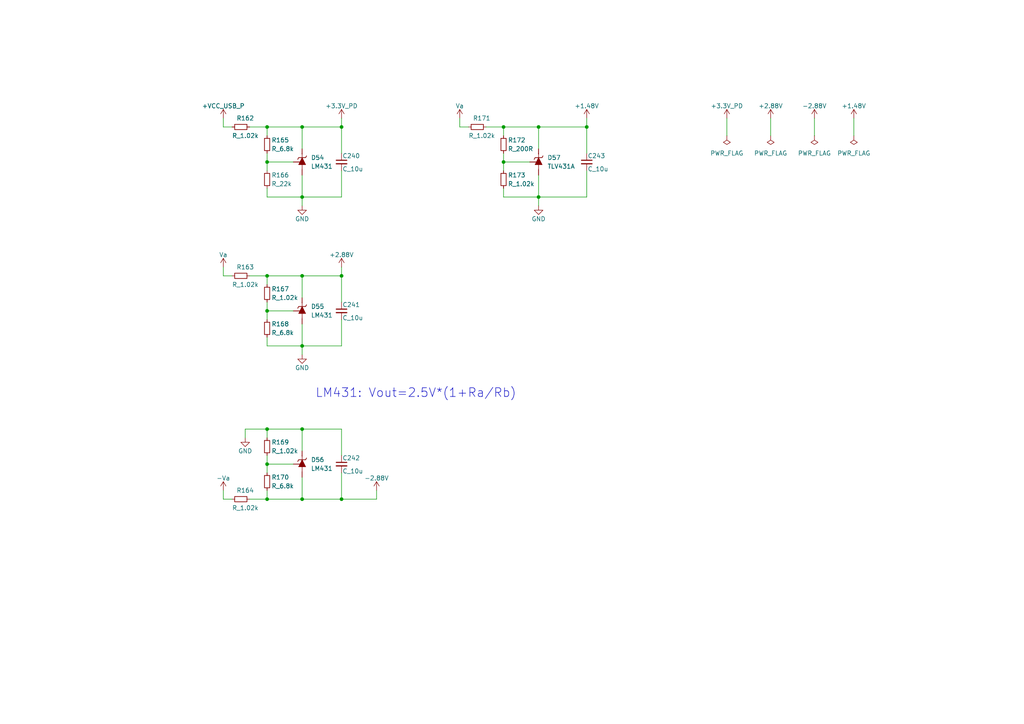
<source format=kicad_sch>
(kicad_sch
	(version 20231120)
	(generator "eeschema")
	(generator_version "8.0")
	(uuid "5751a147-f094-433c-a905-5f8bfde25132")
	(paper "A4")
	(title_block
		(rev "v2")
		(comment 1 "Copyright Dejan Priversek 2017")
	)
	(lib_symbols
		(symbol "ScopefunParts:+1.48V"
			(power)
			(pin_names
				(offset 0)
			)
			(exclude_from_sim no)
			(in_bom yes)
			(on_board yes)
			(property "Reference" "#PWR"
				(at 0 -2.54 0)
				(effects
					(font
						(size 1.27 1.27)
					)
					(hide yes)
				)
			)
			(property "Value" "+1.48V"
				(at 0 3.556 0)
				(effects
					(font
						(size 1.27 1.27)
					)
				)
			)
			(property "Footprint" ""
				(at 0 0 0)
				(effects
					(font
						(size 1.27 1.27)
					)
				)
			)
			(property "Datasheet" ""
				(at 0 0 0)
				(effects
					(font
						(size 1.27 1.27)
					)
				)
			)
			(property "Description" ""
				(at 0 0 0)
				(effects
					(font
						(size 1.27 1.27)
					)
					(hide yes)
				)
			)
			(property "ki_keywords" "POWER, PWR"
				(at 0 0 0)
				(effects
					(font
						(size 1.27 1.27)
					)
					(hide yes)
				)
			)
			(symbol "+1.48V_0_1"
				(polyline
					(pts
						(xy -0.762 1.27) (xy 0 2.54)
					)
					(stroke
						(width 0)
						(type solid)
					)
					(fill
						(type none)
					)
				)
				(polyline
					(pts
						(xy 0 0) (xy 0 2.54)
					)
					(stroke
						(width 0)
						(type solid)
					)
					(fill
						(type none)
					)
				)
				(polyline
					(pts
						(xy 0 2.54) (xy 0.762 1.27)
					)
					(stroke
						(width 0)
						(type solid)
					)
					(fill
						(type none)
					)
				)
			)
			(symbol "+1.48V_1_1"
				(pin power_in line
					(at 0 0 90)
					(length 0) hide
					(name "+1.48V"
						(effects
							(font
								(size 1.27 1.27)
							)
						)
					)
					(number "1"
						(effects
							(font
								(size 1.27 1.27)
							)
						)
					)
				)
			)
		)
		(symbol "ScopefunParts:+2.88V"
			(power)
			(pin_names
				(offset 0)
			)
			(exclude_from_sim no)
			(in_bom yes)
			(on_board yes)
			(property "Reference" "#PWR"
				(at 0 -2.54 0)
				(effects
					(font
						(size 1.27 1.27)
					)
					(hide yes)
				)
			)
			(property "Value" "+2.88V"
				(at 0 3.556 0)
				(effects
					(font
						(size 1.27 1.27)
					)
				)
			)
			(property "Footprint" ""
				(at 0 0 0)
				(effects
					(font
						(size 1.27 1.27)
					)
				)
			)
			(property "Datasheet" ""
				(at 0 0 0)
				(effects
					(font
						(size 1.27 1.27)
					)
				)
			)
			(property "Description" ""
				(at 0 0 0)
				(effects
					(font
						(size 1.27 1.27)
					)
					(hide yes)
				)
			)
			(property "ki_keywords" "POWER, PWR"
				(at 0 0 0)
				(effects
					(font
						(size 1.27 1.27)
					)
					(hide yes)
				)
			)
			(symbol "+2.88V_0_1"
				(polyline
					(pts
						(xy -0.762 1.27) (xy 0 2.54)
					)
					(stroke
						(width 0)
						(type solid)
					)
					(fill
						(type none)
					)
				)
				(polyline
					(pts
						(xy 0 0) (xy 0 2.54)
					)
					(stroke
						(width 0)
						(type solid)
					)
					(fill
						(type none)
					)
				)
				(polyline
					(pts
						(xy 0 2.54) (xy 0.762 1.27)
					)
					(stroke
						(width 0)
						(type solid)
					)
					(fill
						(type none)
					)
				)
			)
			(symbol "+2.88V_1_1"
				(pin power_in line
					(at 0 0 90)
					(length 0) hide
					(name "+2.88V"
						(effects
							(font
								(size 1.27 1.27)
							)
						)
					)
					(number "1"
						(effects
							(font
								(size 1.27 1.27)
							)
						)
					)
				)
			)
		)
		(symbol "ScopefunParts:+3.3V_PD"
			(power)
			(pin_names
				(offset 0)
			)
			(exclude_from_sim no)
			(in_bom yes)
			(on_board yes)
			(property "Reference" "#PWR"
				(at 0 -3.81 0)
				(effects
					(font
						(size 1.27 1.27)
					)
					(hide yes)
				)
			)
			(property "Value" "+3.3V_PD"
				(at 0 3.556 0)
				(effects
					(font
						(size 1.27 1.27)
					)
				)
			)
			(property "Footprint" ""
				(at 0 0 0)
				(effects
					(font
						(size 1.27 1.27)
					)
				)
			)
			(property "Datasheet" ""
				(at 0 0 0)
				(effects
					(font
						(size 1.27 1.27)
					)
				)
			)
			(property "Description" ""
				(at 0 0 0)
				(effects
					(font
						(size 1.27 1.27)
					)
					(hide yes)
				)
			)
			(property "ki_keywords" "POWER, PWR"
				(at 0 0 0)
				(effects
					(font
						(size 1.27 1.27)
					)
					(hide yes)
				)
			)
			(symbol "+3.3V_PD_0_1"
				(polyline
					(pts
						(xy -0.762 1.27) (xy 0 2.54)
					)
					(stroke
						(width 0)
						(type solid)
					)
					(fill
						(type none)
					)
				)
				(polyline
					(pts
						(xy 0 0) (xy 0 2.54)
					)
					(stroke
						(width 0)
						(type solid)
					)
					(fill
						(type none)
					)
				)
				(polyline
					(pts
						(xy 0 2.54) (xy 0.762 1.27)
					)
					(stroke
						(width 0)
						(type solid)
					)
					(fill
						(type none)
					)
				)
			)
			(symbol "+3.3V_PD_1_1"
				(pin power_in line
					(at 0 0 90)
					(length 0) hide
					(name "+3.3V_PD"
						(effects
							(font
								(size 1.27 1.27)
							)
						)
					)
					(number "1"
						(effects
							(font
								(size 1.27 1.27)
							)
						)
					)
				)
			)
		)
		(symbol "ScopefunParts:+VCC_USB_P"
			(power)
			(pin_names
				(offset 0)
			)
			(exclude_from_sim no)
			(in_bom yes)
			(on_board yes)
			(property "Reference" "#PWR"
				(at 0 -3.81 0)
				(effects
					(font
						(size 1.27 1.27)
					)
					(hide yes)
				)
			)
			(property "Value" "+VCC_USB_P"
				(at 0 3.556 0)
				(effects
					(font
						(size 1.27 1.27)
					)
				)
			)
			(property "Footprint" ""
				(at 0 0 0)
				(effects
					(font
						(size 1.27 1.27)
					)
				)
			)
			(property "Datasheet" ""
				(at 0 0 0)
				(effects
					(font
						(size 1.27 1.27)
					)
				)
			)
			(property "Description" ""
				(at 0 0 0)
				(effects
					(font
						(size 1.27 1.27)
					)
					(hide yes)
				)
			)
			(property "ki_keywords" "POWER, PWR"
				(at 0 0 0)
				(effects
					(font
						(size 1.27 1.27)
					)
					(hide yes)
				)
			)
			(symbol "+VCC_USB_P_0_1"
				(polyline
					(pts
						(xy -0.762 1.27) (xy 0 2.54)
					)
					(stroke
						(width 0)
						(type solid)
					)
					(fill
						(type none)
					)
				)
				(polyline
					(pts
						(xy 0 0) (xy 0 2.54)
					)
					(stroke
						(width 0)
						(type solid)
					)
					(fill
						(type none)
					)
				)
				(polyline
					(pts
						(xy 0 2.54) (xy 0.762 1.27)
					)
					(stroke
						(width 0)
						(type solid)
					)
					(fill
						(type none)
					)
				)
			)
			(symbol "+VCC_USB_P_1_1"
				(pin power_in line
					(at 0 0 90)
					(length 0) hide
					(name "+VCC_USB_P"
						(effects
							(font
								(size 1.27 1.27)
							)
						)
					)
					(number "1"
						(effects
							(font
								(size 1.27 1.27)
							)
						)
					)
				)
			)
		)
		(symbol "ScopefunParts:+Va"
			(power)
			(pin_names
				(offset 0)
			)
			(exclude_from_sim no)
			(in_bom yes)
			(on_board yes)
			(property "Reference" "#PWR"
				(at 0 -2.54 0)
				(effects
					(font
						(size 1.27 1.27)
					)
					(hide yes)
				)
			)
			(property "Value" "+Va"
				(at 0 3.556 0)
				(effects
					(font
						(size 1.27 1.27)
					)
				)
			)
			(property "Footprint" ""
				(at 0 0 0)
				(effects
					(font
						(size 1.27 1.27)
					)
				)
			)
			(property "Datasheet" ""
				(at 0 0 0)
				(effects
					(font
						(size 1.27 1.27)
					)
				)
			)
			(property "Description" ""
				(at 0 0 0)
				(effects
					(font
						(size 1.27 1.27)
					)
					(hide yes)
				)
			)
			(property "ki_keywords" "POWER, PWR"
				(at 0 0 0)
				(effects
					(font
						(size 1.27 1.27)
					)
					(hide yes)
				)
			)
			(symbol "+Va_0_1"
				(polyline
					(pts
						(xy -0.762 1.27) (xy 0 2.54)
					)
					(stroke
						(width 0)
						(type solid)
					)
					(fill
						(type none)
					)
				)
				(polyline
					(pts
						(xy 0 0) (xy 0 2.54)
					)
					(stroke
						(width 0)
						(type solid)
					)
					(fill
						(type none)
					)
				)
				(polyline
					(pts
						(xy 0 2.54) (xy 0.762 1.27)
					)
					(stroke
						(width 0)
						(type solid)
					)
					(fill
						(type none)
					)
				)
			)
			(symbol "+Va_1_1"
				(pin power_in line
					(at 0 0 90)
					(length 0) hide
					(name "Va"
						(effects
							(font
								(size 1.27 1.27)
							)
						)
					)
					(number "1"
						(effects
							(font
								(size 1.27 1.27)
							)
						)
					)
				)
			)
		)
		(symbol "ScopefunParts:-2.88V"
			(power)
			(pin_names
				(offset 0)
			)
			(exclude_from_sim no)
			(in_bom yes)
			(on_board yes)
			(property "Reference" "#PWR"
				(at 0 -3.81 0)
				(effects
					(font
						(size 1.27 1.27)
					)
					(hide yes)
				)
			)
			(property "Value" "-2.88V"
				(at 0 3.556 0)
				(effects
					(font
						(size 1.27 1.27)
					)
				)
			)
			(property "Footprint" ""
				(at 0 0 0)
				(effects
					(font
						(size 1.27 1.27)
					)
				)
			)
			(property "Datasheet" ""
				(at 0 0 0)
				(effects
					(font
						(size 1.27 1.27)
					)
				)
			)
			(property "Description" ""
				(at 0 0 0)
				(effects
					(font
						(size 1.27 1.27)
					)
					(hide yes)
				)
			)
			(property "ki_keywords" "POWER, PWR"
				(at 0 0 0)
				(effects
					(font
						(size 1.27 1.27)
					)
					(hide yes)
				)
			)
			(symbol "-2.88V_0_1"
				(polyline
					(pts
						(xy -0.762 1.27) (xy 0 2.54)
					)
					(stroke
						(width 0)
						(type solid)
					)
					(fill
						(type none)
					)
				)
				(polyline
					(pts
						(xy 0 0) (xy 0 2.54)
					)
					(stroke
						(width 0)
						(type solid)
					)
					(fill
						(type none)
					)
				)
				(polyline
					(pts
						(xy 0 2.54) (xy 0.762 1.27)
					)
					(stroke
						(width 0)
						(type solid)
					)
					(fill
						(type none)
					)
				)
			)
			(symbol "-2.88V_1_1"
				(pin power_in line
					(at 0 0 90)
					(length 0) hide
					(name "-2.88V"
						(effects
							(font
								(size 1.27 1.27)
							)
						)
					)
					(number "1"
						(effects
							(font
								(size 1.27 1.27)
							)
						)
					)
				)
			)
		)
		(symbol "ScopefunParts:-Va"
			(power)
			(pin_names
				(offset 0)
			)
			(exclude_from_sim no)
			(in_bom yes)
			(on_board yes)
			(property "Reference" "#PWR"
				(at 0 -2.54 0)
				(effects
					(font
						(size 1.27 1.27)
					)
					(hide yes)
				)
			)
			(property "Value" "-Va"
				(at 0 3.556 0)
				(effects
					(font
						(size 1.27 1.27)
					)
				)
			)
			(property "Footprint" ""
				(at 0 0 0)
				(effects
					(font
						(size 1.27 1.27)
					)
				)
			)
			(property "Datasheet" ""
				(at 0 0 0)
				(effects
					(font
						(size 1.27 1.27)
					)
				)
			)
			(property "Description" ""
				(at 0 0 0)
				(effects
					(font
						(size 1.27 1.27)
					)
					(hide yes)
				)
			)
			(property "ki_keywords" "POWER, PWR"
				(at 0 0 0)
				(effects
					(font
						(size 1.27 1.27)
					)
					(hide yes)
				)
			)
			(symbol "-Va_0_1"
				(polyline
					(pts
						(xy -0.762 1.27) (xy 0 2.54)
					)
					(stroke
						(width 0)
						(type solid)
					)
					(fill
						(type none)
					)
				)
				(polyline
					(pts
						(xy 0 0) (xy 0 2.54)
					)
					(stroke
						(width 0)
						(type solid)
					)
					(fill
						(type none)
					)
				)
				(polyline
					(pts
						(xy 0 2.54) (xy 0.762 1.27)
					)
					(stroke
						(width 0)
						(type solid)
					)
					(fill
						(type none)
					)
				)
			)
			(symbol "-Va_1_1"
				(pin power_in line
					(at 0 0 90)
					(length 0) hide
					(name "-Va"
						(effects
							(font
								(size 1.27 1.27)
							)
						)
					)
					(number "1"
						(effects
							(font
								(size 1.27 1.27)
							)
						)
					)
				)
			)
		)
		(symbol "ScopefunParts:C_10u"
			(pin_numbers hide)
			(pin_names
				(offset 0.254) hide)
			(exclude_from_sim no)
			(in_bom yes)
			(on_board yes)
			(property "Reference" "C"
				(at 0.254 1.778 0)
				(effects
					(font
						(size 1.27 1.27)
					)
					(justify left)
				)
			)
			(property "Value" "C_10u"
				(at 0.254 -2.032 0)
				(effects
					(font
						(size 1.27 1.27)
					)
					(justify left)
				)
			)
			(property "Footprint" "ScopefunPackagesLibrary:C_0603"
				(at 0 -5.08 0)
				(effects
					(font
						(size 1.27 1.27)
					)
					(hide yes)
				)
			)
			(property "Datasheet" "http://psearch.en.murata.com/capacitor/product/GRM188R60J106KE47%23.pdf"
				(at 0 -7.62 0)
				(effects
					(font
						(size 1.27 1.27)
					)
					(hide yes)
				)
			)
			(property "Description" "MLCC - SMD/SMT 0603 6.3V X5R 20%"
				(at 0 5.08 0)
				(effects
					(font
						(size 1.524 1.524)
					)
					(hide yes)
				)
			)
			(property "Description_1" "MLCC - SMD/SMT 0603 6.3V X5R 20%"
				(at 0 7.62 0)
				(effects
					(font
						(size 1.524 1.524)
					)
					(hide yes)
				)
			)
			(property "ki_fp_filters" "0603"
				(at 0 0 0)
				(effects
					(font
						(size 1.27 1.27)
					)
					(hide yes)
				)
			)
			(symbol "C_10u_0_1"
				(polyline
					(pts
						(xy -1.524 -0.508) (xy 1.524 -0.508)
					)
					(stroke
						(width 0.3302)
						(type solid)
					)
					(fill
						(type none)
					)
				)
				(polyline
					(pts
						(xy -1.524 0.508) (xy 1.524 0.508)
					)
					(stroke
						(width 0.3048)
						(type solid)
					)
					(fill
						(type none)
					)
				)
			)
			(symbol "C_10u_1_1"
				(pin passive line
					(at 0 2.54 270)
					(length 1.905)
					(name "~"
						(effects
							(font
								(size 1.016 1.016)
							)
						)
					)
					(number "1"
						(effects
							(font
								(size 1.016 1.016)
							)
						)
					)
				)
				(pin passive line
					(at 0 -2.54 90)
					(length 2.032)
					(name "~"
						(effects
							(font
								(size 1.016 1.016)
							)
						)
					)
					(number "2"
						(effects
							(font
								(size 1.016 1.016)
							)
						)
					)
				)
			)
		)
		(symbol "ScopefunParts:LM431"
			(pin_numbers hide)
			(pin_names
				(offset 1.016) hide)
			(exclude_from_sim no)
			(in_bom yes)
			(on_board yes)
			(property "Reference" "D"
				(at 2.54 1.27 0)
				(effects
					(font
						(size 1.27 1.27)
					)
					(justify left)
				)
			)
			(property "Value" "LM431"
				(at 2.54 -1.27 0)
				(effects
					(font
						(size 1.27 1.27)
					)
					(justify left)
				)
			)
			(property "Footprint" "ScopefunPackagesLibrary:SOT23"
				(at 0 -8.89 0)
				(effects
					(font
						(size 1.27 1.27)
					)
					(hide yes)
				)
			)
			(property "Datasheet" "https://www.fairchildsemi.com/products/power-management/voltage-regulators/shunt-regulators/LM431SB.html"
				(at 0 -6.35 0)
				(effects
					(font
						(size 1.27 1.27)
					)
					(hide yes)
				)
			)
			(property "Description" "Adjustable Precision Zener Shunt Regulator"
				(at 0 8.89 0)
				(effects
					(font
						(size 1.27 1.27)
					)
					(hide yes)
				)
			)
			(property "MFG Part#" "LM431SBCM32X"
				(at 0 6.35 0)
				(effects
					(font
						(size 1.27 1.27)
					)
					(hide yes)
				)
			)
			(property "ki_fp_filters" "D? SO* SM*"
				(at 0 0 0)
				(effects
					(font
						(size 1.27 1.27)
					)
					(hide yes)
				)
			)
			(symbol "LM431_0_1"
				(rectangle
					(start 0 -2.032)
					(end 0 -0.762)
					(stroke
						(width 0)
						(type solid)
					)
					(fill
						(type none)
					)
				)
				(polyline
					(pts
						(xy 0 -2.286) (xy 0 -2.032)
					)
					(stroke
						(width 0)
						(type solid)
					)
					(fill
						(type none)
					)
				)
				(polyline
					(pts
						(xy 1.016 -0.762) (xy 0 1.27) (xy -1.016 -0.762) (xy 1.016 -0.762)
					)
					(stroke
						(width 0)
						(type solid)
					)
					(fill
						(type outline)
					)
				)
				(polyline
					(pts
						(xy 1.27 1.778) (xy 1.016 1.27) (xy -1.016 1.27) (xy -1.27 0.762)
					)
					(stroke
						(width 0.2032)
						(type solid)
					)
					(fill
						(type none)
					)
				)
				(rectangle
					(start 0 2.54)
					(end 0 1.27)
					(stroke
						(width 0)
						(type solid)
					)
					(fill
						(type none)
					)
				)
			)
			(symbol "LM431_1_1"
				(pin passive line
					(at 0 3.81 270)
					(length 1.524)
					(name "C"
						(effects
							(font
								(size 1.016 1.016)
							)
						)
					)
					(number "1"
						(effects
							(font
								(size 1.016 1.016)
							)
						)
					)
				)
				(pin input line
					(at -2.54 0 0)
					(length 2.54)
					(name "REF"
						(effects
							(font
								(size 1.27 1.27)
							)
						)
					)
					(number "2"
						(effects
							(font
								(size 1.27 1.27)
							)
						)
					)
				)
				(pin passive line
					(at 0 -3.81 90)
					(length 1.524)
					(name "A"
						(effects
							(font
								(size 1.016 1.016)
							)
						)
					)
					(number "3"
						(effects
							(font
								(size 1.016 1.016)
							)
						)
					)
				)
			)
		)
		(symbol "ScopefunParts:R_1.02k"
			(pin_numbers hide)
			(pin_names
				(offset 0.254) hide)
			(exclude_from_sim no)
			(in_bom yes)
			(on_board yes)
			(property "Reference" "R"
				(at 1.27 1.27 0)
				(effects
					(font
						(size 1.27 1.27)
					)
					(justify left)
				)
			)
			(property "Value" "R_1.02k"
				(at 1.27 -1.27 0)
				(effects
					(font
						(size 1.27 1.27)
					)
					(justify left)
				)
			)
			(property "Footprint" "ScopefunPackagesLibrary:R_0603"
				(at 0 -6.35 0)
				(effects
					(font
						(size 1.27 1.27)
					)
					(hide yes)
				)
			)
			(property "Datasheet" "http://industrial.panasonic.com/cdbs/www-data/pdf/AOA0000/AOA0000CE2.pdf"
				(at 0 -3.81 0)
				(effects
					(font
						(size 1.27 1.27)
					)
					(hide yes)
				)
			)
			(property "Description" "RES SMD 1% 1/10W 0603"
				(at 0 3.81 0)
				(effects
					(font
						(size 1.524 1.524)
					)
					(hide yes)
				)
			)
			(property "Description_1" "RES SMD 1% 1/10W 0603"
				(at 0 6.35 0)
				(effects
					(font
						(size 1.524 1.524)
					)
					(hide yes)
				)
			)
			(symbol "R_1.02k_0_1"
				(rectangle
					(start -0.762 1.778)
					(end 0.762 -1.778)
					(stroke
						(width 0.2032)
						(type solid)
					)
					(fill
						(type none)
					)
				)
			)
			(symbol "R_1.02k_1_1"
				(pin passive line
					(at 0 2.54 270)
					(length 0.762)
					(name "~"
						(effects
							(font
								(size 1.016 1.016)
							)
						)
					)
					(number "1"
						(effects
							(font
								(size 1.016 1.016)
							)
						)
					)
				)
				(pin passive line
					(at 0 -2.54 90)
					(length 0.762)
					(name "~"
						(effects
							(font
								(size 1.016 1.016)
							)
						)
					)
					(number "2"
						(effects
							(font
								(size 1.016 1.016)
							)
						)
					)
				)
			)
		)
		(symbol "ScopefunParts:R_200R"
			(pin_numbers hide)
			(pin_names
				(offset 0.254) hide)
			(exclude_from_sim no)
			(in_bom yes)
			(on_board yes)
			(property "Reference" "R"
				(at 1.27 1.27 0)
				(effects
					(font
						(size 1.27 1.27)
					)
					(justify left)
				)
			)
			(property "Value" "R_200R"
				(at 1.27 -1.27 0)
				(effects
					(font
						(size 1.27 1.27)
					)
					(justify left)
				)
			)
			(property "Footprint" "ScopefunPackagesLibrary:R_0603"
				(at 0 -6.35 0)
				(effects
					(font
						(size 1.27 1.27)
					)
					(hide yes)
				)
			)
			(property "Datasheet" "http://industrial.panasonic.com/cdbs/www-data/pdf/AOA0000/AOA0000CE2.pdf"
				(at 0 -3.81 0)
				(effects
					(font
						(size 1.27 1.27)
					)
					(hide yes)
				)
			)
			(property "Description" "RES SMD 1% 1/10W 0603"
				(at 0 3.81 0)
				(effects
					(font
						(size 1.524 1.524)
					)
					(hide yes)
				)
			)
			(property "Description_1" "RES SMD 1% 1/10W 0603"
				(at 0 6.35 0)
				(effects
					(font
						(size 1.524 1.524)
					)
					(hide yes)
				)
			)
			(symbol "R_200R_0_1"
				(rectangle
					(start -0.762 1.778)
					(end 0.762 -1.778)
					(stroke
						(width 0.2032)
						(type solid)
					)
					(fill
						(type none)
					)
				)
			)
			(symbol "R_200R_1_1"
				(pin passive line
					(at 0 2.54 270)
					(length 0.762)
					(name "~"
						(effects
							(font
								(size 1.016 1.016)
							)
						)
					)
					(number "1"
						(effects
							(font
								(size 1.016 1.016)
							)
						)
					)
				)
				(pin passive line
					(at 0 -2.54 90)
					(length 0.762)
					(name "~"
						(effects
							(font
								(size 1.016 1.016)
							)
						)
					)
					(number "2"
						(effects
							(font
								(size 1.016 1.016)
							)
						)
					)
				)
			)
		)
		(symbol "ScopefunParts:R_22k"
			(pin_numbers hide)
			(pin_names
				(offset 0.254) hide)
			(exclude_from_sim no)
			(in_bom yes)
			(on_board yes)
			(property "Reference" "R"
				(at 1.27 1.27 0)
				(effects
					(font
						(size 1.27 1.27)
					)
					(justify left)
				)
			)
			(property "Value" "R_22k"
				(at 1.27 -1.27 0)
				(effects
					(font
						(size 1.27 1.27)
					)
					(justify left)
				)
			)
			(property "Footprint" "ScopefunPackagesLibrary:R_0603"
				(at 0 -6.35 0)
				(effects
					(font
						(size 1.27 1.27)
					)
					(hide yes)
				)
			)
			(property "Datasheet" "http://industrial.panasonic.com/cdbs/www-data/pdf/AOA0000/AOA0000CE2.pdf"
				(at 0 -3.81 0)
				(effects
					(font
						(size 1.27 1.27)
					)
					(hide yes)
				)
			)
			(property "Description" "RES SMD 1% 1/10W 0603"
				(at 0 3.81 0)
				(effects
					(font
						(size 1.524 1.524)
					)
					(hide yes)
				)
			)
			(property "Description_1" "RES SMD 1% 1/10W 0603"
				(at 0 6.35 0)
				(effects
					(font
						(size 1.524 1.524)
					)
					(hide yes)
				)
			)
			(symbol "R_22k_0_1"
				(rectangle
					(start -0.762 1.778)
					(end 0.762 -1.778)
					(stroke
						(width 0.2032)
						(type solid)
					)
					(fill
						(type none)
					)
				)
			)
			(symbol "R_22k_1_1"
				(pin passive line
					(at 0 2.54 270)
					(length 0.762)
					(name "~"
						(effects
							(font
								(size 1.016 1.016)
							)
						)
					)
					(number "1"
						(effects
							(font
								(size 1.016 1.016)
							)
						)
					)
				)
				(pin passive line
					(at 0 -2.54 90)
					(length 0.762)
					(name "~"
						(effects
							(font
								(size 1.016 1.016)
							)
						)
					)
					(number "2"
						(effects
							(font
								(size 1.016 1.016)
							)
						)
					)
				)
			)
		)
		(symbol "ScopefunParts:R_6.8k"
			(pin_numbers hide)
			(pin_names
				(offset 0.254) hide)
			(exclude_from_sim no)
			(in_bom yes)
			(on_board yes)
			(property "Reference" "R"
				(at 1.27 1.27 0)
				(effects
					(font
						(size 1.27 1.27)
					)
					(justify left)
				)
			)
			(property "Value" "R_6.8k"
				(at 1.27 -1.27 0)
				(effects
					(font
						(size 1.27 1.27)
					)
					(justify left)
				)
			)
			(property "Footprint" "ScopefunPackagesLibrary:R_0603"
				(at 0 -6.35 0)
				(effects
					(font
						(size 1.27 1.27)
					)
					(hide yes)
				)
			)
			(property "Datasheet" "http://industrial.panasonic.com/cdbs/www-data/pdf/AOA0000/AOA0000CE2.pdf"
				(at 0 -3.81 0)
				(effects
					(font
						(size 1.27 1.27)
					)
					(hide yes)
				)
			)
			(property "Description" "RES SMD 1% 1/10W 0603"
				(at 0 3.81 0)
				(effects
					(font
						(size 1.524 1.524)
					)
					(hide yes)
				)
			)
			(property "Description_1" "RES SMD 1% 1/10W 0603"
				(at 0 6.35 0)
				(effects
					(font
						(size 1.524 1.524)
					)
					(hide yes)
				)
			)
			(symbol "R_6.8k_0_1"
				(rectangle
					(start -0.762 1.778)
					(end 0.762 -1.778)
					(stroke
						(width 0.2032)
						(type solid)
					)
					(fill
						(type none)
					)
				)
			)
			(symbol "R_6.8k_1_1"
				(pin passive line
					(at 0 2.54 270)
					(length 0.762)
					(name "~"
						(effects
							(font
								(size 1.016 1.016)
							)
						)
					)
					(number "1"
						(effects
							(font
								(size 1.016 1.016)
							)
						)
					)
				)
				(pin passive line
					(at 0 -2.54 90)
					(length 0.762)
					(name "~"
						(effects
							(font
								(size 1.016 1.016)
							)
						)
					)
					(number "2"
						(effects
							(font
								(size 1.016 1.016)
							)
						)
					)
				)
			)
		)
		(symbol "ScopefunParts:TLV431A"
			(pin_numbers hide)
			(pin_names
				(offset 1.016) hide)
			(exclude_from_sim no)
			(in_bom yes)
			(on_board yes)
			(property "Reference" "D"
				(at 2.54 1.27 0)
				(effects
					(font
						(size 1.27 1.27)
					)
					(justify left)
				)
			)
			(property "Value" "TLV431A"
				(at 2.54 -1.27 0)
				(effects
					(font
						(size 1.27 1.27)
					)
					(justify left)
				)
			)
			(property "Footprint" "ScopefunPackagesLibrary:SOT23"
				(at 0 -8.89 0)
				(effects
					(font
						(size 1.27 1.27)
					)
					(hide yes)
				)
			)
			(property "Datasheet" "http://www.onsemi.com/pub_link/Collateral/TLV431A-D.PDF"
				(at 0 -6.35 0)
				(effects
					(font
						(size 1.27 1.27)
					)
					(hide yes)
				)
			)
			(property "Description" "Adjustable Precision Zener Shunt Regulator"
				(at 0 8.89 0)
				(effects
					(font
						(size 1.27 1.27)
					)
					(hide yes)
				)
			)
			(property "MFG Part#" "TLV431ASN1T1G"
				(at 0 6.35 0)
				(effects
					(font
						(size 1.27 1.27)
					)
					(hide yes)
				)
			)
			(property "ki_fp_filters" "D? SO* SM*"
				(at 0 0 0)
				(effects
					(font
						(size 1.27 1.27)
					)
					(hide yes)
				)
			)
			(symbol "TLV431A_0_1"
				(rectangle
					(start 0 -2.032)
					(end 0 -0.762)
					(stroke
						(width 0)
						(type solid)
					)
					(fill
						(type none)
					)
				)
				(polyline
					(pts
						(xy 0 -2.286) (xy 0 -2.032)
					)
					(stroke
						(width 0)
						(type solid)
					)
					(fill
						(type none)
					)
				)
				(polyline
					(pts
						(xy 1.016 -0.762) (xy 0 1.27) (xy -1.016 -0.762) (xy 1.016 -0.762)
					)
					(stroke
						(width 0)
						(type solid)
					)
					(fill
						(type outline)
					)
				)
				(polyline
					(pts
						(xy 1.27 1.778) (xy 1.016 1.27) (xy -1.016 1.27) (xy -1.27 0.762)
					)
					(stroke
						(width 0.2032)
						(type solid)
					)
					(fill
						(type none)
					)
				)
				(rectangle
					(start 0 2.54)
					(end 0 1.27)
					(stroke
						(width 0)
						(type solid)
					)
					(fill
						(type none)
					)
				)
			)
			(symbol "TLV431A_1_1"
				(pin input line
					(at -2.54 0 0)
					(length 2.54)
					(name "REF"
						(effects
							(font
								(size 1.27 1.27)
							)
						)
					)
					(number "1"
						(effects
							(font
								(size 1.27 1.27)
							)
						)
					)
				)
				(pin passive line
					(at 0 3.81 270)
					(length 1.524)
					(name "C"
						(effects
							(font
								(size 1.016 1.016)
							)
						)
					)
					(number "2"
						(effects
							(font
								(size 1.016 1.016)
							)
						)
					)
				)
				(pin passive line
					(at 0 -3.81 90)
					(length 1.524)
					(name "A"
						(effects
							(font
								(size 1.016 1.016)
							)
						)
					)
					(number "3"
						(effects
							(font
								(size 1.016 1.016)
							)
						)
					)
				)
			)
		)
		(symbol "Scopefun_v2-rescue:GND"
			(power)
			(pin_names
				(offset 0)
			)
			(exclude_from_sim no)
			(in_bom yes)
			(on_board yes)
			(property "Reference" "#PWR"
				(at 0 -6.35 0)
				(effects
					(font
						(size 1.27 1.27)
					)
					(hide yes)
				)
			)
			(property "Value" "GND"
				(at 0 -3.81 0)
				(effects
					(font
						(size 1.27 1.27)
					)
				)
			)
			(property "Footprint" ""
				(at 0 0 0)
				(effects
					(font
						(size 1.27 1.27)
					)
					(hide yes)
				)
			)
			(property "Datasheet" ""
				(at 0 0 0)
				(effects
					(font
						(size 1.27 1.27)
					)
					(hide yes)
				)
			)
			(property "Description" ""
				(at 0 0 0)
				(effects
					(font
						(size 1.27 1.27)
					)
					(hide yes)
				)
			)
			(symbol "GND_0_1"
				(polyline
					(pts
						(xy 0 0) (xy 0 -1.27) (xy 1.27 -1.27) (xy 0 -2.54) (xy -1.27 -1.27) (xy 0 -1.27)
					)
					(stroke
						(width 0)
						(type solid)
					)
					(fill
						(type none)
					)
				)
			)
			(symbol "GND_1_1"
				(pin power_in line
					(at 0 0 270)
					(length 0) hide
					(name "GND"
						(effects
							(font
								(size 1.27 1.27)
							)
						)
					)
					(number "1"
						(effects
							(font
								(size 1.27 1.27)
							)
						)
					)
				)
			)
		)
		(symbol "Scopefun_v2-rescue:PWR_FLAG"
			(power)
			(pin_numbers hide)
			(pin_names
				(offset 0) hide)
			(exclude_from_sim no)
			(in_bom yes)
			(on_board yes)
			(property "Reference" "#FLG"
				(at 0 1.905 0)
				(effects
					(font
						(size 1.27 1.27)
					)
					(hide yes)
				)
			)
			(property "Value" "PWR_FLAG"
				(at 0 3.81 0)
				(effects
					(font
						(size 1.27 1.27)
					)
				)
			)
			(property "Footprint" ""
				(at 0 0 0)
				(effects
					(font
						(size 1.27 1.27)
					)
					(hide yes)
				)
			)
			(property "Datasheet" ""
				(at 0 0 0)
				(effects
					(font
						(size 1.27 1.27)
					)
					(hide yes)
				)
			)
			(property "Description" ""
				(at 0 0 0)
				(effects
					(font
						(size 1.27 1.27)
					)
					(hide yes)
				)
			)
			(symbol "PWR_FLAG_0_0"
				(pin power_out line
					(at 0 0 90)
					(length 0)
					(name "pwr"
						(effects
							(font
								(size 1.27 1.27)
							)
						)
					)
					(number "1"
						(effects
							(font
								(size 1.27 1.27)
							)
						)
					)
				)
			)
			(symbol "PWR_FLAG_0_1"
				(polyline
					(pts
						(xy 0 0) (xy 0 1.27) (xy -1.016 1.905) (xy 0 2.54) (xy 1.016 1.905) (xy 0 1.27)
					)
					(stroke
						(width 0)
						(type solid)
					)
					(fill
						(type none)
					)
				)
			)
		)
	)
	(junction
		(at 77.47 36.83)
		(diameter 0)
		(color 0 0 0 0)
		(uuid "19925c77-6888-4bc5-ba9e-9cbea54599a5")
	)
	(junction
		(at 146.05 36.83)
		(diameter 0)
		(color 0 0 0 0)
		(uuid "1cd5d069-e558-4516-888a-371fb40ce717")
	)
	(junction
		(at 170.18 36.83)
		(diameter 0)
		(color 0 0 0 0)
		(uuid "20dba6c2-a294-417b-b1d7-58547e999fe8")
	)
	(junction
		(at 146.05 46.99)
		(diameter 0)
		(color 0 0 0 0)
		(uuid "2ae83ead-466b-49da-af08-69f9fac3d541")
	)
	(junction
		(at 87.63 57.15)
		(diameter 0)
		(color 0 0 0 0)
		(uuid "3864be04-e932-472e-8a63-3a768051872f")
	)
	(junction
		(at 156.21 36.83)
		(diameter 0)
		(color 0 0 0 0)
		(uuid "3cba88ec-9420-418b-b425-fba6b12269c7")
	)
	(junction
		(at 77.47 90.17)
		(diameter 0)
		(color 0 0 0 0)
		(uuid "4d3bcc6a-1ae5-4968-a3eb-7360c259c2ea")
	)
	(junction
		(at 99.06 144.78)
		(diameter 0)
		(color 0 0 0 0)
		(uuid "5715cba3-6d6a-41c3-a48f-a830ae2db823")
	)
	(junction
		(at 99.06 80.01)
		(diameter 0)
		(color 0 0 0 0)
		(uuid "5829c657-975d-4553-8a02-940e1bc74524")
	)
	(junction
		(at 87.63 144.78)
		(diameter 0)
		(color 0 0 0 0)
		(uuid "7f55e201-0a50-46b1-b06b-482467b5da72")
	)
	(junction
		(at 77.47 134.62)
		(diameter 0)
		(color 0 0 0 0)
		(uuid "9302e80f-5524-4c07-93a6-590ebd81f78c")
	)
	(junction
		(at 77.47 46.99)
		(diameter 0)
		(color 0 0 0 0)
		(uuid "a9a76e16-d88f-4f05-850a-3533fa020b31")
	)
	(junction
		(at 77.47 80.01)
		(diameter 0)
		(color 0 0 0 0)
		(uuid "b12872e8-935b-4bef-816a-fac4faabab95")
	)
	(junction
		(at 87.63 100.33)
		(diameter 0)
		(color 0 0 0 0)
		(uuid "b160521a-c4c1-402a-b0a7-935084f0e5fa")
	)
	(junction
		(at 87.63 80.01)
		(diameter 0)
		(color 0 0 0 0)
		(uuid "b3ae9480-5a95-4443-8e4b-4f2a2c0ebb5a")
	)
	(junction
		(at 77.47 124.46)
		(diameter 0)
		(color 0 0 0 0)
		(uuid "d1bf424c-7a94-4eb8-a85f-bcafa34ad0e3")
	)
	(junction
		(at 77.47 144.78)
		(diameter 0)
		(color 0 0 0 0)
		(uuid "d8f63e08-c80c-44c6-b1d1-9ca8fcd5b43d")
	)
	(junction
		(at 87.63 36.83)
		(diameter 0)
		(color 0 0 0 0)
		(uuid "d9e6628b-8fa1-457c-aefc-d0d5590ee91e")
	)
	(junction
		(at 156.21 57.15)
		(diameter 0)
		(color 0 0 0 0)
		(uuid "f072b887-3734-4eca-a047-5e86577faf34")
	)
	(junction
		(at 99.06 36.83)
		(diameter 0)
		(color 0 0 0 0)
		(uuid "f15d2b5b-61e9-438d-9e4d-8427cd0ac3a7")
	)
	(junction
		(at 87.63 124.46)
		(diameter 0)
		(color 0 0 0 0)
		(uuid "fae33cc4-d829-465c-a116-b12e10d183e0")
	)
	(wire
		(pts
			(xy 135.89 36.83) (xy 133.35 36.83)
		)
		(stroke
			(width 0)
			(type default)
		)
		(uuid "00cc9dac-1613-4a78-864e-50e8bbbfcb65")
	)
	(wire
		(pts
			(xy 77.47 57.15) (xy 87.63 57.15)
		)
		(stroke
			(width 0)
			(type default)
		)
		(uuid "039326f3-3a80-4810-b1b8-71f702907471")
	)
	(wire
		(pts
			(xy 146.05 36.83) (xy 156.21 36.83)
		)
		(stroke
			(width 0)
			(type default)
		)
		(uuid "07aa557a-3461-40c9-b9c3-c3a6d49ed1a9")
	)
	(wire
		(pts
			(xy 140.97 36.83) (xy 146.05 36.83)
		)
		(stroke
			(width 0)
			(type default)
		)
		(uuid "0a26ae5b-745f-4ace-9560-b94e0dbe7ef5")
	)
	(wire
		(pts
			(xy 156.21 50.8) (xy 156.21 57.15)
		)
		(stroke
			(width 0)
			(type default)
		)
		(uuid "0aa93e80-a1b0-486c-bc6a-1b54da25a665")
	)
	(wire
		(pts
			(xy 146.05 57.15) (xy 146.05 54.61)
		)
		(stroke
			(width 0)
			(type default)
		)
		(uuid "0d8dc2a7-b6f7-42c2-a34d-f3523c7c2645")
	)
	(wire
		(pts
			(xy 71.12 124.46) (xy 77.47 124.46)
		)
		(stroke
			(width 0)
			(type default)
		)
		(uuid "0f5c3855-4c8e-4817-aeb1-d2121132edf7")
	)
	(wire
		(pts
			(xy 87.63 36.83) (xy 99.06 36.83)
		)
		(stroke
			(width 0)
			(type default)
		)
		(uuid "15d376ab-a314-484c-93e1-767440191181")
	)
	(wire
		(pts
			(xy 87.63 36.83) (xy 87.63 43.18)
		)
		(stroke
			(width 0)
			(type default)
		)
		(uuid "162ec742-60ca-4726-8fa7-85111ba93ff0")
	)
	(wire
		(pts
			(xy 64.77 144.78) (xy 64.77 142.24)
		)
		(stroke
			(width 0)
			(type default)
		)
		(uuid "166d9d36-9686-41bf-b58b-4b110094eec0")
	)
	(wire
		(pts
			(xy 236.22 34.29) (xy 236.22 39.37)
		)
		(stroke
			(width 0)
			(type default)
		)
		(uuid "17ff3097-69a0-4842-8246-80a5a09bbc27")
	)
	(wire
		(pts
			(xy 72.39 80.01) (xy 77.47 80.01)
		)
		(stroke
			(width 0)
			(type default)
		)
		(uuid "1bfe6fce-a013-436d-8164-1394f5dfbc69")
	)
	(wire
		(pts
			(xy 87.63 93.98) (xy 87.63 100.33)
		)
		(stroke
			(width 0)
			(type default)
		)
		(uuid "1e087fe5-a27b-4797-9cf2-542c4c6e1ef2")
	)
	(wire
		(pts
			(xy 77.47 127) (xy 77.47 124.46)
		)
		(stroke
			(width 0)
			(type default)
		)
		(uuid "248d845f-b218-4165-968e-7b89fb7a027d")
	)
	(wire
		(pts
			(xy 99.06 36.83) (xy 99.06 44.45)
		)
		(stroke
			(width 0)
			(type default)
		)
		(uuid "288decb9-a1ea-4a9f-b64b-993dd6f1cff2")
	)
	(wire
		(pts
			(xy 77.47 100.33) (xy 87.63 100.33)
		)
		(stroke
			(width 0)
			(type default)
		)
		(uuid "2ac6a60f-4b11-4337-acf7-60faaccd55ab")
	)
	(wire
		(pts
			(xy 77.47 90.17) (xy 77.47 92.71)
		)
		(stroke
			(width 0)
			(type default)
		)
		(uuid "2b7decee-14ec-44b0-93ec-65e413375fbd")
	)
	(wire
		(pts
			(xy 77.47 100.33) (xy 77.47 97.79)
		)
		(stroke
			(width 0)
			(type default)
		)
		(uuid "2c51d900-6413-4820-a7d1-8a52c4a537fe")
	)
	(wire
		(pts
			(xy 64.77 80.01) (xy 64.77 77.47)
		)
		(stroke
			(width 0)
			(type default)
		)
		(uuid "2eb54864-f5b7-4758-b0d2-a655a95939b9")
	)
	(wire
		(pts
			(xy 156.21 36.83) (xy 170.18 36.83)
		)
		(stroke
			(width 0)
			(type default)
		)
		(uuid "2f5fa6ee-6d64-4a63-8de0-6ebfef9c027c")
	)
	(wire
		(pts
			(xy 99.06 57.15) (xy 99.06 49.53)
		)
		(stroke
			(width 0)
			(type default)
		)
		(uuid "2f89628b-9337-4e09-8ad7-1d9ab28bd908")
	)
	(wire
		(pts
			(xy 99.06 34.29) (xy 99.06 36.83)
		)
		(stroke
			(width 0)
			(type default)
		)
		(uuid "3033f12a-2eeb-4066-8232-c9aac4184bbb")
	)
	(wire
		(pts
			(xy 99.06 77.47) (xy 99.06 80.01)
		)
		(stroke
			(width 0)
			(type default)
		)
		(uuid "309c6f01-ba60-42f6-ac27-fd8053af6739")
	)
	(wire
		(pts
			(xy 146.05 44.45) (xy 146.05 46.99)
		)
		(stroke
			(width 0)
			(type default)
		)
		(uuid "3c0ffa4a-6281-494d-85aa-4bb42930c2a0")
	)
	(wire
		(pts
			(xy 99.06 144.78) (xy 99.06 137.16)
		)
		(stroke
			(width 0)
			(type default)
		)
		(uuid "3fd27482-e64f-48f3-928d-870063c5e637")
	)
	(wire
		(pts
			(xy 247.65 34.29) (xy 247.65 39.37)
		)
		(stroke
			(width 0)
			(type default)
		)
		(uuid "40deda8e-8008-45b8-9d58-289cf0be0fc0")
	)
	(wire
		(pts
			(xy 210.82 34.29) (xy 210.82 39.37)
		)
		(stroke
			(width 0)
			(type default)
		)
		(uuid "4826fd6e-9972-4d4b-ae70-61abde17c7c9")
	)
	(wire
		(pts
			(xy 77.47 132.08) (xy 77.47 134.62)
		)
		(stroke
			(width 0)
			(type default)
		)
		(uuid "4da9b030-44f5-443c-ae5b-8b8a7a59773a")
	)
	(wire
		(pts
			(xy 87.63 100.33) (xy 99.06 100.33)
		)
		(stroke
			(width 0)
			(type default)
		)
		(uuid "510bb477-a231-4d03-b43e-83493469de4c")
	)
	(wire
		(pts
			(xy 72.39 144.78) (xy 77.47 144.78)
		)
		(stroke
			(width 0)
			(type default)
		)
		(uuid "53ece7d9-9ea7-49e0-98b9-eba8adf8045c")
	)
	(wire
		(pts
			(xy 77.47 57.15) (xy 77.47 54.61)
		)
		(stroke
			(width 0)
			(type default)
		)
		(uuid "56b91c0d-33e8-429f-bf9f-7ee1adb4ce08")
	)
	(wire
		(pts
			(xy 77.47 39.37) (xy 77.47 36.83)
		)
		(stroke
			(width 0)
			(type default)
		)
		(uuid "573f4750-a2fd-4a6f-9244-c856f99848a8")
	)
	(wire
		(pts
			(xy 156.21 57.15) (xy 156.21 59.69)
		)
		(stroke
			(width 0)
			(type default)
		)
		(uuid "57fffd34-153f-48d2-b04c-37f2af834458")
	)
	(wire
		(pts
			(xy 109.22 144.78) (xy 109.22 142.24)
		)
		(stroke
			(width 0)
			(type default)
		)
		(uuid "5d6b4369-1332-4850-9082-2bbccd22b5f8")
	)
	(wire
		(pts
			(xy 77.47 46.99) (xy 85.09 46.99)
		)
		(stroke
			(width 0)
			(type default)
		)
		(uuid "61ef8c5a-381f-463c-b7b5-e109c70deafa")
	)
	(wire
		(pts
			(xy 87.63 80.01) (xy 99.06 80.01)
		)
		(stroke
			(width 0)
			(type default)
		)
		(uuid "6215eb2d-17da-4318-8952-d08f6a5aba34")
	)
	(wire
		(pts
			(xy 146.05 39.37) (xy 146.05 36.83)
		)
		(stroke
			(width 0)
			(type default)
		)
		(uuid "64c762dc-e419-4c69-a380-36c45617f5fc")
	)
	(wire
		(pts
			(xy 67.31 80.01) (xy 64.77 80.01)
		)
		(stroke
			(width 0)
			(type default)
		)
		(uuid "67183d7e-244a-4c51-a6de-555c02a1cdff")
	)
	(wire
		(pts
			(xy 87.63 57.15) (xy 99.06 57.15)
		)
		(stroke
			(width 0)
			(type default)
		)
		(uuid "6c6ffb5e-6a8b-4df3-8156-4536873fa2b0")
	)
	(wire
		(pts
			(xy 77.47 46.99) (xy 77.47 49.53)
		)
		(stroke
			(width 0)
			(type default)
		)
		(uuid "701abcbe-f440-40d9-aaae-ae0b2937ca76")
	)
	(wire
		(pts
			(xy 77.47 134.62) (xy 77.47 137.16)
		)
		(stroke
			(width 0)
			(type default)
		)
		(uuid "736b430d-77b4-474c-bfcf-ed5f7c6cefb5")
	)
	(wire
		(pts
			(xy 87.63 80.01) (xy 87.63 86.36)
		)
		(stroke
			(width 0)
			(type default)
		)
		(uuid "7b909b39-5639-4369-9499-f64e900da86f")
	)
	(wire
		(pts
			(xy 99.06 80.01) (xy 99.06 87.63)
		)
		(stroke
			(width 0)
			(type default)
		)
		(uuid "7c35029f-8c1c-4a59-9a56-d56e26af1005")
	)
	(wire
		(pts
			(xy 77.47 90.17) (xy 85.09 90.17)
		)
		(stroke
			(width 0)
			(type default)
		)
		(uuid "8247da9e-011a-4ab8-a851-bce5bdf1e467")
	)
	(wire
		(pts
			(xy 77.47 44.45) (xy 77.47 46.99)
		)
		(stroke
			(width 0)
			(type default)
		)
		(uuid "83d9d54a-c889-4caa-9647-152ef1daefea")
	)
	(wire
		(pts
			(xy 87.63 124.46) (xy 99.06 124.46)
		)
		(stroke
			(width 0)
			(type default)
		)
		(uuid "85b0bcd1-d23c-4f5b-807f-2887e6f6669c")
	)
	(wire
		(pts
			(xy 156.21 57.15) (xy 170.18 57.15)
		)
		(stroke
			(width 0)
			(type default)
		)
		(uuid "8abf2056-2df5-4813-97f9-eb967fed98b1")
	)
	(wire
		(pts
			(xy 67.31 144.78) (xy 64.77 144.78)
		)
		(stroke
			(width 0)
			(type default)
		)
		(uuid "92a2d3ff-959a-4b72-9af5-39e3a79273c5")
	)
	(wire
		(pts
			(xy 99.06 100.33) (xy 99.06 92.71)
		)
		(stroke
			(width 0)
			(type default)
		)
		(uuid "96f36f18-fe76-45ef-ba61-7472b32c2b0c")
	)
	(wire
		(pts
			(xy 146.05 46.99) (xy 153.67 46.99)
		)
		(stroke
			(width 0)
			(type default)
		)
		(uuid "9802edbb-e825-4dff-bc0f-eda680205e84")
	)
	(wire
		(pts
			(xy 170.18 34.29) (xy 170.18 36.83)
		)
		(stroke
			(width 0)
			(type default)
		)
		(uuid "a6aeed7e-8833-4b5a-b777-73006f3ca95d")
	)
	(wire
		(pts
			(xy 77.47 124.46) (xy 87.63 124.46)
		)
		(stroke
			(width 0)
			(type default)
		)
		(uuid "a792748c-27a1-42c6-9cb7-a00cd926c945")
	)
	(wire
		(pts
			(xy 77.47 134.62) (xy 85.09 134.62)
		)
		(stroke
			(width 0)
			(type default)
		)
		(uuid "a851e799-26cf-4ce2-94fd-dcc59984cdef")
	)
	(wire
		(pts
			(xy 77.47 80.01) (xy 87.63 80.01)
		)
		(stroke
			(width 0)
			(type default)
		)
		(uuid "ab5d36ff-fcd8-4c0f-8661-1c2ed9ea833f")
	)
	(wire
		(pts
			(xy 87.63 50.8) (xy 87.63 57.15)
		)
		(stroke
			(width 0)
			(type default)
		)
		(uuid "ac738f94-7336-494a-86df-d4f868244a67")
	)
	(wire
		(pts
			(xy 77.47 87.63) (xy 77.47 90.17)
		)
		(stroke
			(width 0)
			(type default)
		)
		(uuid "b3401576-e543-45cc-b2eb-cc2df22738fd")
	)
	(wire
		(pts
			(xy 99.06 144.78) (xy 109.22 144.78)
		)
		(stroke
			(width 0)
			(type default)
		)
		(uuid "b538a230-32a9-4305-ab31-a3fdf3448bf9")
	)
	(wire
		(pts
			(xy 156.21 36.83) (xy 156.21 43.18)
		)
		(stroke
			(width 0)
			(type default)
		)
		(uuid "becb40aa-6858-4d45-9feb-6cc17f8cc7df")
	)
	(wire
		(pts
			(xy 77.47 144.78) (xy 77.47 142.24)
		)
		(stroke
			(width 0)
			(type default)
		)
		(uuid "bffbf03c-a0db-4655-9eeb-4817570dc41f")
	)
	(wire
		(pts
			(xy 87.63 100.33) (xy 87.63 102.87)
		)
		(stroke
			(width 0)
			(type default)
		)
		(uuid "c247b10a-c18c-445d-86f3-d03c59799842")
	)
	(wire
		(pts
			(xy 170.18 57.15) (xy 170.18 49.53)
		)
		(stroke
			(width 0)
			(type default)
		)
		(uuid "c31d14cc-edaf-4a17-92ee-29bf0e5643c3")
	)
	(wire
		(pts
			(xy 170.18 36.83) (xy 170.18 44.45)
		)
		(stroke
			(width 0)
			(type default)
		)
		(uuid "c56547b1-7eff-451d-900a-abecedd7488d")
	)
	(wire
		(pts
			(xy 223.52 34.29) (xy 223.52 39.37)
		)
		(stroke
			(width 0)
			(type default)
		)
		(uuid "c892d480-d366-4c08-9d58-55036a17d465")
	)
	(wire
		(pts
			(xy 99.06 124.46) (xy 99.06 132.08)
		)
		(stroke
			(width 0)
			(type default)
		)
		(uuid "c902810b-152e-4177-9c82-322bec720ad7")
	)
	(wire
		(pts
			(xy 146.05 46.99) (xy 146.05 49.53)
		)
		(stroke
			(width 0)
			(type default)
		)
		(uuid "c94cc69e-d4c6-4dc2-b566-df085a58a7f5")
	)
	(wire
		(pts
			(xy 64.77 36.83) (xy 64.77 34.29)
		)
		(stroke
			(width 0)
			(type default)
		)
		(uuid "ca31faeb-0aed-435e-9137-d9ceb365649b")
	)
	(wire
		(pts
			(xy 77.47 82.55) (xy 77.47 80.01)
		)
		(stroke
			(width 0)
			(type default)
		)
		(uuid "cb620b8d-2631-4694-bb25-5cd416086748")
	)
	(wire
		(pts
			(xy 72.39 36.83) (xy 77.47 36.83)
		)
		(stroke
			(width 0)
			(type default)
		)
		(uuid "d0e8508d-f9b1-476f-8bd5-da2cc4aca274")
	)
	(wire
		(pts
			(xy 87.63 57.15) (xy 87.63 59.69)
		)
		(stroke
			(width 0)
			(type default)
		)
		(uuid "d8eeda25-8aea-48c8-a527-3e7fb95e9c6a")
	)
	(wire
		(pts
			(xy 87.63 144.78) (xy 99.06 144.78)
		)
		(stroke
			(width 0)
			(type default)
		)
		(uuid "dae6efec-3dc7-4391-844b-f791cd35d9e6")
	)
	(wire
		(pts
			(xy 77.47 144.78) (xy 87.63 144.78)
		)
		(stroke
			(width 0)
			(type default)
		)
		(uuid "e8c65b08-d44f-48e6-815c-0992ae6041bf")
	)
	(wire
		(pts
			(xy 87.63 124.46) (xy 87.63 130.81)
		)
		(stroke
			(width 0)
			(type default)
		)
		(uuid "e9df62cf-3085-4f35-9c0d-f0591c0f7e29")
	)
	(wire
		(pts
			(xy 146.05 57.15) (xy 156.21 57.15)
		)
		(stroke
			(width 0)
			(type default)
		)
		(uuid "e9f32d53-e073-4499-8b5e-728af523dd76")
	)
	(wire
		(pts
			(xy 77.47 36.83) (xy 87.63 36.83)
		)
		(stroke
			(width 0)
			(type default)
		)
		(uuid "ec4ddb15-00fc-40d0-aca1-661cc7a059a6")
	)
	(wire
		(pts
			(xy 71.12 127) (xy 71.12 124.46)
		)
		(stroke
			(width 0)
			(type default)
		)
		(uuid "f4797268-f89d-48a8-9e5a-cc98f067121a")
	)
	(wire
		(pts
			(xy 87.63 144.78) (xy 87.63 138.43)
		)
		(stroke
			(width 0)
			(type default)
		)
		(uuid "f7cf2edc-dfa8-445d-ab09-4e532035d384")
	)
	(wire
		(pts
			(xy 133.35 36.83) (xy 133.35 34.29)
		)
		(stroke
			(width 0)
			(type default)
		)
		(uuid "fbdf08a8-64b9-4ad4-a76f-80bd102592d7")
	)
	(wire
		(pts
			(xy 67.31 36.83) (xy 64.77 36.83)
		)
		(stroke
			(width 0)
			(type default)
		)
		(uuid "fd307a04-c2aa-4e9d-863b-a5c8cc4edc09")
	)
	(text "LM431: Vout=2.5V*(1+Ra/Rb)"
		(exclude_from_sim no)
		(at 91.44 115.57 0)
		(effects
			(font
				(size 2.54 2.54)
			)
			(justify left bottom)
		)
		(uuid "1363eec5-74f4-4aa9-a0a3-220423fd46f5")
	)
	(symbol
		(lib_id "ScopefunParts:LM431")
		(at 87.63 90.17 0)
		(unit 1)
		(exclude_from_sim no)
		(in_bom yes)
		(on_board yes)
		(dnp no)
		(uuid "00000000-0000-0000-0000-00005858a5b8")
		(property "Reference" "D55"
			(at 90.17 88.9 0)
			(effects
				(font
					(size 1.27 1.27)
				)
				(justify left)
			)
		)
		(property "Value" "LM431"
			(at 90.17 91.44 0)
			(effects
				(font
					(size 1.27 1.27)
				)
				(justify left)
			)
		)
		(property "Footprint" "ScopefunPackagesLibrary:SOT23"
			(at 87.63 99.06 0)
			(effects
				(font
					(size 1.27 1.27)
				)
				(hide yes)
			)
		)
		(property "Datasheet" "https://www.fairchildsemi.com/products/power-management/voltage-regulators/shunt-regulators/LM431SB.html"
			(at 87.63 96.52 0)
			(effects
				(font
					(size 1.27 1.27)
				)
				(hide yes)
			)
		)
		(property "Description" "Adjustable Precision Zener Shunt Regulator"
			(at 87.63 81.28 0)
			(effects
				(font
					(size 1.27 1.27)
				)
				(hide yes)
			)
		)
		(property "MFG Part#" "LM431SBCM32X"
			(at 87.63 83.82 0)
			(effects
				(font
					(size 1.27 1.27)
				)
				(hide yes)
			)
		)
		(pin "2"
			(uuid "4a5020e1-8821-4af8-8d92-a7619cca7723")
		)
		(pin "3"
			(uuid "6201e6d2-e6e2-4b1c-8037-1081ea16c17c")
		)
		(pin "1"
			(uuid "b2af545e-d6b6-4d48-8e10-bac2a15c5cac")
		)
		(instances
			(project "Scopefun_v2"
				(path "/d36cdf0b-ae0b-47cb-8f67-18b61b77e7c3/00000000-0000-0000-0000-000058589f32"
					(reference "D55")
					(unit 1)
				)
			)
		)
	)
	(symbol
		(lib_id "ScopefunParts:R_1.02k")
		(at 69.85 80.01 270)
		(unit 1)
		(exclude_from_sim no)
		(in_bom yes)
		(on_board yes)
		(dnp no)
		(uuid "00000000-0000-0000-0000-00005858a5c1")
		(property "Reference" "R163"
			(at 68.58 77.47 90)
			(effects
				(font
					(size 1.27 1.27)
				)
				(justify left)
			)
		)
		(property "Value" "R_1.02k"
			(at 67.31 82.55 90)
			(effects
				(font
					(size 1.27 1.27)
				)
				(justify left)
			)
		)
		(property "Footprint" "ScopefunPackagesLibrary:R_0603"
			(at 63.5 80.01 0)
			(effects
				(font
					(size 1.27 1.27)
				)
				(hide yes)
			)
		)
		(property "Datasheet" "http://industrial.panasonic.com/cdbs/www-data/pdf/AOA0000/AOA0000CE2.pdf"
			(at 66.04 80.01 0)
			(effects
				(font
					(size 1.27 1.27)
				)
				(hide yes)
			)
		)
		(property "Description" "RES SMD 1% 1/10W 0603"
			(at 76.2 80.01 0)
			(effects
				(font
					(size 1.524 1.524)
				)
				(hide yes)
			)
		)
		(property "MFG Part#" "ERJ-3EKF1021V"
			(at 73.66 80.01 0)
			(effects
				(font
					(size 1.524 1.524)
				)
				(hide yes)
			)
		)
		(pin "1"
			(uuid "9f828577-4e11-4bd3-9ab7-e412bc725ec7")
		)
		(pin "2"
			(uuid "1aa805cc-475c-48d2-b7eb-053dd422ea7d")
		)
		(instances
			(project "Scopefun_v2"
				(path "/d36cdf0b-ae0b-47cb-8f67-18b61b77e7c3/00000000-0000-0000-0000-000058589f32"
					(reference "R163")
					(unit 1)
				)
			)
		)
	)
	(symbol
		(lib_id "ScopefunParts:C_10u")
		(at 99.06 90.17 0)
		(unit 1)
		(exclude_from_sim no)
		(in_bom yes)
		(on_board yes)
		(dnp no)
		(uuid "00000000-0000-0000-0000-00005858a5ca")
		(property "Reference" "C241"
			(at 99.314 88.392 0)
			(effects
				(font
					(size 1.27 1.27)
				)
				(justify left)
			)
		)
		(property "Value" "C_10u"
			(at 99.314 92.202 0)
			(effects
				(font
					(size 1.27 1.27)
				)
				(justify left)
			)
		)
		(property "Footprint" "ScopefunPackagesLibrary:C_0603"
			(at 99.06 95.25 0)
			(effects
				(font
					(size 1.27 1.27)
				)
				(hide yes)
			)
		)
		(property "Datasheet" ""
			(at 99.314 88.392 0)
			(effects
				(font
					(size 1.27 1.27)
				)
				(hide yes)
			)
		)
		(property "Description" "MLCC - SMD/SMT 0603 6.3V X5R 20%"
			(at 100.33 83.82 0)
			(effects
				(font
					(size 1.524 1.524)
				)
				(hide yes)
			)
		)
		(property "MFG Part#" "GRM188R60J106KE47D"
			(at 101.854 85.852 0)
			(effects
				(font
					(size 1.524 1.524)
				)
				(hide yes)
			)
		)
		(pin "1"
			(uuid "9cd6433a-b782-435e-9892-aed2f4fbf6ec")
		)
		(pin "2"
			(uuid "0bbd480b-dcf9-48ae-a1f0-23d5cc899553")
		)
		(instances
			(project "Scopefun_v2"
				(path "/d36cdf0b-ae0b-47cb-8f67-18b61b77e7c3/00000000-0000-0000-0000-000058589f32"
					(reference "C241")
					(unit 1)
				)
			)
		)
	)
	(symbol
		(lib_id "ScopefunParts:R_6.8k")
		(at 77.47 95.25 0)
		(unit 1)
		(exclude_from_sim no)
		(in_bom yes)
		(on_board yes)
		(dnp no)
		(uuid "00000000-0000-0000-0000-00005858a5d3")
		(property "Reference" "R168"
			(at 78.74 93.98 0)
			(effects
				(font
					(size 1.27 1.27)
				)
				(justify left)
			)
		)
		(property "Value" "R_6.8k"
			(at 78.74 96.52 0)
			(effects
				(font
					(size 1.27 1.27)
				)
				(justify left)
			)
		)
		(property "Footprint" "ScopefunPackagesLibrary:R_0603"
			(at 77.47 101.6 0)
			(effects
				(font
					(size 1.27 1.27)
				)
				(hide yes)
			)
		)
		(property "Datasheet" "http://industrial.panasonic.com/cdbs/www-data/pdf/AOA0000/AOA0000CE2.pdf"
			(at 77.47 99.06 0)
			(effects
				(font
					(size 1.27 1.27)
				)
				(hide yes)
			)
		)
		(property "Description" "RES SMD 1% 1/10W 0603"
			(at 77.47 88.9 0)
			(effects
				(font
					(size 1.524 1.524)
				)
				(hide yes)
			)
		)
		(property "MFG Part#" "ERJ-3EKF6801V"
			(at 77.47 91.44 0)
			(effects
				(font
					(size 1.524 1.524)
				)
				(hide yes)
			)
		)
		(pin "1"
			(uuid "55d47036-132a-476b-a4b3-1b5fe71b25ac")
		)
		(pin "2"
			(uuid "99321f2f-81ee-47bf-a71e-0e6edd6de2c5")
		)
		(instances
			(project "Scopefun_v2"
				(path "/d36cdf0b-ae0b-47cb-8f67-18b61b77e7c3/00000000-0000-0000-0000-000058589f32"
					(reference "R168")
					(unit 1)
				)
			)
		)
	)
	(symbol
		(lib_id "ScopefunParts:R_1.02k")
		(at 77.47 85.09 0)
		(unit 1)
		(exclude_from_sim no)
		(in_bom yes)
		(on_board yes)
		(dnp no)
		(uuid "00000000-0000-0000-0000-00005858a5dc")
		(property "Reference" "R167"
			(at 78.74 83.82 0)
			(effects
				(font
					(size 1.27 1.27)
				)
				(justify left)
			)
		)
		(property "Value" "R_1.02k"
			(at 78.74 86.36 0)
			(effects
				(font
					(size 1.27 1.27)
				)
				(justify left)
			)
		)
		(property "Footprint" "ScopefunPackagesLibrary:R_0603"
			(at 77.47 91.44 0)
			(effects
				(font
					(size 1.27 1.27)
				)
				(hide yes)
			)
		)
		(property "Datasheet" "http://industrial.panasonic.com/cdbs/www-data/pdf/AOA0000/AOA0000CE2.pdf"
			(at 77.47 88.9 0)
			(effects
				(font
					(size 1.27 1.27)
				)
				(hide yes)
			)
		)
		(property "Description" "RES SMD 1% 1/10W 0603"
			(at 77.47 78.74 0)
			(effects
				(font
					(size 1.524 1.524)
				)
				(hide yes)
			)
		)
		(property "MFG Part#" "ERJ-3EKF1021V"
			(at 77.47 81.28 0)
			(effects
				(font
					(size 1.524 1.524)
				)
				(hide yes)
			)
		)
		(pin "2"
			(uuid "a4af7ef6-1273-44ab-a6c9-86808d04c6b2")
		)
		(pin "1"
			(uuid "3d8257e9-ca79-442d-9266-a584de84a7a2")
		)
		(instances
			(project "Scopefun_v2"
				(path "/d36cdf0b-ae0b-47cb-8f67-18b61b77e7c3/00000000-0000-0000-0000-000058589f32"
					(reference "R167")
					(unit 1)
				)
			)
		)
	)
	(symbol
		(lib_id "ScopefunParts:LM431")
		(at 87.63 134.62 0)
		(unit 1)
		(exclude_from_sim no)
		(in_bom yes)
		(on_board yes)
		(dnp no)
		(uuid "00000000-0000-0000-0000-00005858a5eb")
		(property "Reference" "D56"
			(at 90.17 133.35 0)
			(effects
				(font
					(size 1.27 1.27)
				)
				(justify left)
			)
		)
		(property "Value" "LM431"
			(at 90.17 135.89 0)
			(effects
				(font
					(size 1.27 1.27)
				)
				(justify left)
			)
		)
		(property "Footprint" "ScopefunPackagesLibrary:SOT23"
			(at 87.63 143.51 0)
			(effects
				(font
					(size 1.27 1.27)
				)
				(hide yes)
			)
		)
		(property "Datasheet" "https://www.fairchildsemi.com/products/power-management/voltage-regulators/shunt-regulators/LM431SB.html"
			(at 87.63 140.97 0)
			(effects
				(font
					(size 1.27 1.27)
				)
				(hide yes)
			)
		)
		(property "Description" "Adjustable Precision Zener Shunt Regulator"
			(at 87.63 125.73 0)
			(effects
				(font
					(size 1.27 1.27)
				)
				(hide yes)
			)
		)
		(property "MFG Part#" "LM431SBCM32X"
			(at 87.63 128.27 0)
			(effects
				(font
					(size 1.27 1.27)
				)
				(hide yes)
			)
		)
		(pin "3"
			(uuid "c3a7b069-0cd2-4d02-9c6c-22ea6ff05c5e")
		)
		(pin "1"
			(uuid "fab907fc-c2c3-4a0c-bc08-c5834ca60a03")
		)
		(pin "2"
			(uuid "12b0ee5b-1045-48eb-8bb1-b415f67c68e4")
		)
		(instances
			(project "Scopefun_v2"
				(path "/d36cdf0b-ae0b-47cb-8f67-18b61b77e7c3/00000000-0000-0000-0000-000058589f32"
					(reference "D56")
					(unit 1)
				)
			)
		)
	)
	(symbol
		(lib_id "ScopefunParts:R_1.02k")
		(at 69.85 144.78 270)
		(unit 1)
		(exclude_from_sim no)
		(in_bom yes)
		(on_board yes)
		(dnp no)
		(uuid "00000000-0000-0000-0000-00005858a5f4")
		(property "Reference" "R164"
			(at 68.58 142.24 90)
			(effects
				(font
					(size 1.27 1.27)
				)
				(justify left)
			)
		)
		(property "Value" "R_1.02k"
			(at 67.31 147.32 90)
			(effects
				(font
					(size 1.27 1.27)
				)
				(justify left)
			)
		)
		(property "Footprint" "ScopefunPackagesLibrary:R_0603"
			(at 63.5 144.78 0)
			(effects
				(font
					(size 1.27 1.27)
				)
				(hide yes)
			)
		)
		(property "Datasheet" "http://industrial.panasonic.com/cdbs/www-data/pdf/AOA0000/AOA0000CE2.pdf"
			(at 66.04 144.78 0)
			(effects
				(font
					(size 1.27 1.27)
				)
				(hide yes)
			)
		)
		(property "Description" "RES SMD 1% 1/10W 0603"
			(at 76.2 144.78 0)
			(effects
				(font
					(size 1.524 1.524)
				)
				(hide yes)
			)
		)
		(property "MFG Part#" "ERJ-3EKF1021V"
			(at 73.66 144.78 0)
			(effects
				(font
					(size 1.524 1.524)
				)
				(hide yes)
			)
		)
		(pin "2"
			(uuid "1bef87bd-040e-4940-baf2-c012cec185dd")
		)
		(pin "1"
			(uuid "dd9f9239-0c80-4525-afdb-6be314c7ab73")
		)
		(instances
			(project "Scopefun_v2"
				(path "/d36cdf0b-ae0b-47cb-8f67-18b61b77e7c3/00000000-0000-0000-0000-000058589f32"
					(reference "R164")
					(unit 1)
				)
			)
		)
	)
	(symbol
		(lib_id "ScopefunParts:C_10u")
		(at 99.06 134.62 0)
		(unit 1)
		(exclude_from_sim no)
		(in_bom yes)
		(on_board yes)
		(dnp no)
		(uuid "00000000-0000-0000-0000-00005858a5fd")
		(property "Reference" "C242"
			(at 99.314 132.842 0)
			(effects
				(font
					(size 1.27 1.27)
				)
				(justify left)
			)
		)
		(property "Value" "C_10u"
			(at 99.314 136.652 0)
			(effects
				(font
					(size 1.27 1.27)
				)
				(justify left)
			)
		)
		(property "Footprint" "ScopefunPackagesLibrary:C_0603"
			(at 99.06 139.7 0)
			(effects
				(font
					(size 1.27 1.27)
				)
				(hide yes)
			)
		)
		(property "Datasheet" ""
			(at 99.314 132.842 0)
			(effects
				(font
					(size 1.27 1.27)
				)
				(hide yes)
			)
		)
		(property "Description" "MLCC - SMD/SMT 0603 6.3V X5R 20%"
			(at 100.33 128.27 0)
			(effects
				(font
					(size 1.524 1.524)
				)
				(hide yes)
			)
		)
		(property "MFG Part#" "GRM188R60J106KE47D"
			(at 101.854 130.302 0)
			(effects
				(font
					(size 1.524 1.524)
				)
				(hide yes)
			)
		)
		(pin "1"
			(uuid "203c6374-dd17-4460-858b-571d47b1dd6d")
		)
		(pin "2"
			(uuid "c01a2f84-092f-4f5b-9604-b4d19272bc41")
		)
		(instances
			(project "Scopefun_v2"
				(path "/d36cdf0b-ae0b-47cb-8f67-18b61b77e7c3/00000000-0000-0000-0000-000058589f32"
					(reference "C242")
					(unit 1)
				)
			)
		)
	)
	(symbol
		(lib_id "ScopefunParts:R_6.8k")
		(at 77.47 139.7 0)
		(unit 1)
		(exclude_from_sim no)
		(in_bom yes)
		(on_board yes)
		(dnp no)
		(uuid "00000000-0000-0000-0000-00005858a606")
		(property "Reference" "R170"
			(at 78.74 138.43 0)
			(effects
				(font
					(size 1.27 1.27)
				)
				(justify left)
			)
		)
		(property "Value" "R_6.8k"
			(at 78.74 140.97 0)
			(effects
				(font
					(size 1.27 1.27)
				)
				(justify left)
			)
		)
		(property "Footprint" "ScopefunPackagesLibrary:R_0603"
			(at 77.47 146.05 0)
			(effects
				(font
					(size 1.27 1.27)
				)
				(hide yes)
			)
		)
		(property "Datasheet" "http://industrial.panasonic.com/cdbs/www-data/pdf/AOA0000/AOA0000CE2.pdf"
			(at 77.47 143.51 0)
			(effects
				(font
					(size 1.27 1.27)
				)
				(hide yes)
			)
		)
		(property "Description" "RES SMD 1% 1/10W 0603"
			(at 77.47 133.35 0)
			(effects
				(font
					(size 1.524 1.524)
				)
				(hide yes)
			)
		)
		(property "MFG Part#" "ERJ-3EKF6801V"
			(at 77.47 135.89 0)
			(effects
				(font
					(size 1.524 1.524)
				)
				(hide yes)
			)
		)
		(pin "1"
			(uuid "83722fd8-e02e-4667-b657-e842cbd840e1")
		)
		(pin "2"
			(uuid "14d8e8e9-7fb5-4800-9431-2f18fd3091db")
		)
		(instances
			(project "Scopefun_v2"
				(path "/d36cdf0b-ae0b-47cb-8f67-18b61b77e7c3/00000000-0000-0000-0000-000058589f32"
					(reference "R170")
					(unit 1)
				)
			)
		)
	)
	(symbol
		(lib_id "ScopefunParts:R_1.02k")
		(at 77.47 129.54 0)
		(unit 1)
		(exclude_from_sim no)
		(in_bom yes)
		(on_board yes)
		(dnp no)
		(uuid "00000000-0000-0000-0000-00005858a60f")
		(property "Reference" "R169"
			(at 78.74 128.27 0)
			(effects
				(font
					(size 1.27 1.27)
				)
				(justify left)
			)
		)
		(property "Value" "R_1.02k"
			(at 78.74 130.81 0)
			(effects
				(font
					(size 1.27 1.27)
				)
				(justify left)
			)
		)
		(property "Footprint" "ScopefunPackagesLibrary:R_0603"
			(at 77.47 135.89 0)
			(effects
				(font
					(size 1.27 1.27)
				)
				(hide yes)
			)
		)
		(property "Datasheet" "http://industrial.panasonic.com/cdbs/www-data/pdf/AOA0000/AOA0000CE2.pdf"
			(at 77.47 133.35 0)
			(effects
				(font
					(size 1.27 1.27)
				)
				(hide yes)
			)
		)
		(property "Description" "RES SMD 1% 1/10W 0603"
			(at 77.47 123.19 0)
			(effects
				(font
					(size 1.524 1.524)
				)
				(hide yes)
			)
		)
		(property "MFG Part#" "ERJ-3EKF1021V"
			(at 77.47 125.73 0)
			(effects
				(font
					(size 1.524 1.524)
				)
				(hide yes)
			)
		)
		(pin "2"
			(uuid "a5b4f87d-b804-4cbf-90f4-a51032d5d802")
		)
		(pin "1"
			(uuid "7bc865de-eb55-40f9-8fb6-f6f777027c15")
		)
		(instances
			(project "Scopefun_v2"
				(path "/d36cdf0b-ae0b-47cb-8f67-18b61b77e7c3/00000000-0000-0000-0000-000058589f32"
					(reference "R169")
					(unit 1)
				)
			)
		)
	)
	(symbol
		(lib_id "Scopefun_v2-rescue:GND")
		(at 71.12 127 0)
		(unit 1)
		(exclude_from_sim no)
		(in_bom yes)
		(on_board yes)
		(dnp no)
		(uuid "00000000-0000-0000-0000-00005858a61c")
		(property "Reference" "#PWR0388"
			(at 71.12 133.35 0)
			(effects
				(font
					(size 1.27 1.27)
				)
				(hide yes)
			)
		)
		(property "Value" "GND"
			(at 71.12 130.81 0)
			(effects
				(font
					(size 1.27 1.27)
				)
			)
		)
		(property "Footprint" ""
			(at 71.12 127 0)
			(effects
				(font
					(size 1.27 1.27)
				)
			)
		)
		(property "Datasheet" ""
			(at 71.12 127 0)
			(effects
				(font
					(size 1.27 1.27)
				)
			)
		)
		(property "Description" ""
			(at 71.12 127 0)
			(effects
				(font
					(size 1.27 1.27)
				)
				(hide yes)
			)
		)
		(pin "1"
			(uuid "ed001611-9c90-490f-840a-c9968c1d02c3")
		)
	)
	(symbol
		(lib_id "Scopefun_v2-rescue:GND")
		(at 87.63 102.87 0)
		(unit 1)
		(exclude_from_sim no)
		(in_bom yes)
		(on_board yes)
		(dnp no)
		(uuid "00000000-0000-0000-0000-00005858a622")
		(property "Reference" "#PWR0389"
			(at 87.63 109.22 0)
			(effects
				(font
					(size 1.27 1.27)
				)
				(hide yes)
			)
		)
		(property "Value" "GND"
			(at 87.63 106.68 0)
			(effects
				(font
					(size 1.27 1.27)
				)
			)
		)
		(property "Footprint" ""
			(at 87.63 102.87 0)
			(effects
				(font
					(size 1.27 1.27)
				)
			)
		)
		(property "Datasheet" ""
			(at 87.63 102.87 0)
			(effects
				(font
					(size 1.27 1.27)
				)
			)
		)
		(property "Description" ""
			(at 87.63 102.87 0)
			(effects
				(font
					(size 1.27 1.27)
				)
				(hide yes)
			)
		)
		(pin "1"
			(uuid "33b3edbc-512f-4df4-8f6b-a1d5c961cf9f")
		)
	)
	(symbol
		(lib_id "ScopefunParts:+2.88V")
		(at 99.06 77.47 0)
		(unit 1)
		(exclude_from_sim no)
		(in_bom yes)
		(on_board yes)
		(dnp no)
		(uuid "00000000-0000-0000-0000-00005858a628")
		(property "Reference" "#PWR0390"
			(at 99.06 80.01 0)
			(effects
				(font
					(size 1.27 1.27)
				)
				(hide yes)
			)
		)
		(property "Value" "+2.88V"
			(at 99.06 73.914 0)
			(effects
				(font
					(size 1.27 1.27)
				)
			)
		)
		(property "Footprint" ""
			(at 99.06 77.47 0)
			(effects
				(font
					(size 1.27 1.27)
				)
			)
		)
		(property "Datasheet" ""
			(at 99.06 77.47 0)
			(effects
				(font
					(size 1.27 1.27)
				)
			)
		)
		(property "Description" ""
			(at 99.06 77.47 0)
			(effects
				(font
					(size 1.27 1.27)
				)
				(hide yes)
			)
		)
		(pin "1"
			(uuid "d0c58752-e67e-4060-8cb2-c43b6ebeb972")
		)
	)
	(symbol
		(lib_id "ScopefunParts:-2.88V")
		(at 109.22 142.24 0)
		(unit 1)
		(exclude_from_sim no)
		(in_bom yes)
		(on_board yes)
		(dnp no)
		(uuid "00000000-0000-0000-0000-00005858a62e")
		(property "Reference" "#PWR0391"
			(at 109.22 146.05 0)
			(effects
				(font
					(size 1.27 1.27)
				)
				(hide yes)
			)
		)
		(property "Value" "-2.88V"
			(at 109.22 138.684 0)
			(effects
				(font
					(size 1.27 1.27)
				)
			)
		)
		(property "Footprint" ""
			(at 109.22 142.24 0)
			(effects
				(font
					(size 1.27 1.27)
				)
			)
		)
		(property "Datasheet" ""
			(at 109.22 142.24 0)
			(effects
				(font
					(size 1.27 1.27)
				)
			)
		)
		(property "Description" ""
			(at 109.22 142.24 0)
			(effects
				(font
					(size 1.27 1.27)
				)
				(hide yes)
			)
		)
		(pin "1"
			(uuid "3c56ba77-c031-4ce5-937b-11844a49d3f9")
		)
	)
	(symbol
		(lib_id "ScopefunParts:LM431")
		(at 87.63 46.99 0)
		(unit 1)
		(exclude_from_sim no)
		(in_bom yes)
		(on_board yes)
		(dnp no)
		(uuid "00000000-0000-0000-0000-00005858aac2")
		(property "Reference" "D54"
			(at 90.17 45.72 0)
			(effects
				(font
					(size 1.27 1.27)
				)
				(justify left)
			)
		)
		(property "Value" "LM431"
			(at 90.17 48.26 0)
			(effects
				(font
					(size 1.27 1.27)
				)
				(justify left)
			)
		)
		(property "Footprint" "ScopefunPackagesLibrary:SOT23"
			(at 87.63 55.88 0)
			(effects
				(font
					(size 1.27 1.27)
				)
				(hide yes)
			)
		)
		(property "Datasheet" "https://www.fairchildsemi.com/products/power-management/voltage-regulators/shunt-regulators/LM431SB.html"
			(at 87.63 53.34 0)
			(effects
				(font
					(size 1.27 1.27)
				)
				(hide yes)
			)
		)
		(property "Description" "Adjustable Precision Zener Shunt Regulator"
			(at 87.63 38.1 0)
			(effects
				(font
					(size 1.27 1.27)
				)
				(hide yes)
			)
		)
		(property "MFG Part#" "LM431SBCM32X"
			(at 87.63 40.64 0)
			(effects
				(font
					(size 1.27 1.27)
				)
				(hide yes)
			)
		)
		(pin "3"
			(uuid "f91b6606-200c-4da2-bfeb-4819124113f1")
		)
		(pin "1"
			(uuid "8ecbd72c-08e8-4eb6-93ec-177c5fda3fe7")
		)
		(pin "2"
			(uuid "4d741462-361a-4fdf-9b4f-400b701ee6a0")
		)
		(instances
			(project "Scopefun_v2"
				(path "/d36cdf0b-ae0b-47cb-8f67-18b61b77e7c3/00000000-0000-0000-0000-000058589f32"
					(reference "D54")
					(unit 1)
				)
			)
		)
	)
	(symbol
		(lib_id "ScopefunParts:+VCC_USB_P")
		(at 64.77 34.29 0)
		(unit 1)
		(exclude_from_sim no)
		(in_bom yes)
		(on_board yes)
		(dnp no)
		(uuid "00000000-0000-0000-0000-00005858aac9")
		(property "Reference" "#PWR0392"
			(at 64.77 38.1 0)
			(effects
				(font
					(size 1.27 1.27)
				)
				(hide yes)
			)
		)
		(property "Value" "+VCC_USB_P"
			(at 64.77 30.734 0)
			(effects
				(font
					(size 1.27 1.27)
				)
			)
		)
		(property "Footprint" ""
			(at 64.77 34.29 0)
			(effects
				(font
					(size 1.27 1.27)
				)
			)
		)
		(property "Datasheet" ""
			(at 64.77 34.29 0)
			(effects
				(font
					(size 1.27 1.27)
				)
			)
		)
		(property "Description" ""
			(at 64.77 34.29 0)
			(effects
				(font
					(size 1.27 1.27)
				)
				(hide yes)
			)
		)
		(pin "1"
			(uuid "660673c7-bf70-497f-8cb3-26c62d71f25f")
		)
	)
	(symbol
		(lib_id "ScopefunParts:R_6.8k")
		(at 77.47 41.91 0)
		(unit 1)
		(exclude_from_sim no)
		(in_bom yes)
		(on_board yes)
		(dnp no)
		(uuid "00000000-0000-0000-0000-00005858aad1")
		(property "Reference" "R165"
			(at 78.74 40.64 0)
			(effects
				(font
					(size 1.27 1.27)
				)
				(justify left)
			)
		)
		(property "Value" "R_6.8k"
			(at 78.74 43.18 0)
			(effects
				(font
					(size 1.27 1.27)
				)
				(justify left)
			)
		)
		(property "Footprint" "ScopefunPackagesLibrary:R_0603"
			(at 77.47 48.26 0)
			(effects
				(font
					(size 1.27 1.27)
				)
				(hide yes)
			)
		)
		(property "Datasheet" "http://industrial.panasonic.com/cdbs/www-data/pdf/AOA0000/AOA0000CE2.pdf"
			(at 77.47 45.72 0)
			(effects
				(font
					(size 1.27 1.27)
				)
				(hide yes)
			)
		)
		(property "Description" "RES SMD 1% 1/10W 0603"
			(at 77.47 35.56 0)
			(effects
				(font
					(size 1.524 1.524)
				)
				(hide yes)
			)
		)
		(property "MFG Part#" "ERJ-3EKF6801V"
			(at 77.47 38.1 0)
			(effects
				(font
					(size 1.524 1.524)
				)
				(hide yes)
			)
		)
		(pin "1"
			(uuid "e28b52f3-4853-4695-bd1b-a15a127f5077")
		)
		(pin "2"
			(uuid "28f48806-79da-4680-9df7-d967563fe1fc")
		)
		(instances
			(project "Scopefun_v2"
				(path "/d36cdf0b-ae0b-47cb-8f67-18b61b77e7c3/00000000-0000-0000-0000-000058589f32"
					(reference "R165")
					(unit 1)
				)
			)
		)
	)
	(symbol
		(lib_id "ScopefunParts:R_22k")
		(at 77.47 52.07 0)
		(unit 1)
		(exclude_from_sim no)
		(in_bom yes)
		(on_board yes)
		(dnp no)
		(uuid "00000000-0000-0000-0000-00005858aada")
		(property "Reference" "R166"
			(at 78.74 50.8 0)
			(effects
				(font
					(size 1.27 1.27)
				)
				(justify left)
			)
		)
		(property "Value" "R_22k"
			(at 78.74 53.34 0)
			(effects
				(font
					(size 1.27 1.27)
				)
				(justify left)
			)
		)
		(property "Footprint" "ScopefunPackagesLibrary:R_0603"
			(at 77.47 58.42 0)
			(effects
				(font
					(size 1.27 1.27)
				)
				(hide yes)
			)
		)
		(property "Datasheet" "http://industrial.panasonic.com/cdbs/www-data/pdf/AOA0000/AOA0000CE2.pdf"
			(at 77.47 55.88 0)
			(effects
				(font
					(size 1.27 1.27)
				)
				(hide yes)
			)
		)
		(property "Description" "RES SMD 1% 1/10W 0603"
			(at 77.47 45.72 0)
			(effects
				(font
					(size 1.524 1.524)
				)
				(hide yes)
			)
		)
		(property "MFG Part#" "ERJ-3EKF2202V"
			(at 77.47 48.26 0)
			(effects
				(font
					(size 1.524 1.524)
				)
				(hide yes)
			)
		)
		(pin "2"
			(uuid "76a0ea09-16cc-4a85-b1bf-b5dd39001280")
		)
		(pin "1"
			(uuid "74769881-531e-47d7-8f5e-7a4549c7171b")
		)
		(instances
			(project "Scopefun_v2"
				(path "/d36cdf0b-ae0b-47cb-8f67-18b61b77e7c3/00000000-0000-0000-0000-000058589f32"
					(reference "R166")
					(unit 1)
				)
			)
		)
	)
	(symbol
		(lib_id "ScopefunParts:R_1.02k")
		(at 69.85 36.83 270)
		(unit 1)
		(exclude_from_sim no)
		(in_bom yes)
		(on_board yes)
		(dnp no)
		(uuid "00000000-0000-0000-0000-00005858aae3")
		(property "Reference" "R162"
			(at 68.58 34.29 90)
			(effects
				(font
					(size 1.27 1.27)
				)
				(justify left)
			)
		)
		(property "Value" "R_1.02k"
			(at 67.31 39.37 90)
			(effects
				(font
					(size 1.27 1.27)
				)
				(justify left)
			)
		)
		(property "Footprint" "ScopefunPackagesLibrary:R_0603"
			(at 63.5 36.83 0)
			(effects
				(font
					(size 1.27 1.27)
				)
				(hide yes)
			)
		)
		(property "Datasheet" "http://industrial.panasonic.com/cdbs/www-data/pdf/AOA0000/AOA0000CE2.pdf"
			(at 66.04 36.83 0)
			(effects
				(font
					(size 1.27 1.27)
				)
				(hide yes)
			)
		)
		(property "Description" "RES SMD 1% 1/10W 0603"
			(at 76.2 36.83 0)
			(effects
				(font
					(size 1.524 1.524)
				)
				(hide yes)
			)
		)
		(property "MFG Part#" "ERJ-3EKF1021V"
			(at 73.66 36.83 0)
			(effects
				(font
					(size 1.524 1.524)
				)
				(hide yes)
			)
		)
		(pin "2"
			(uuid "07e2e251-8556-4f47-b86c-1ff17bd09f40")
		)
		(pin "1"
			(uuid "441023f3-dd33-416f-a0ba-7e64ea34999c")
		)
		(instances
			(project "Scopefun_v2"
				(path "/d36cdf0b-ae0b-47cb-8f67-18b61b77e7c3/00000000-0000-0000-0000-000058589f32"
					(reference "R162")
					(unit 1)
				)
			)
		)
	)
	(symbol
		(lib_id "ScopefunParts:C_10u")
		(at 99.06 46.99 0)
		(unit 1)
		(exclude_from_sim no)
		(in_bom yes)
		(on_board yes)
		(dnp no)
		(uuid "00000000-0000-0000-0000-00005858aaec")
		(property "Reference" "C240"
			(at 99.314 45.212 0)
			(effects
				(font
					(size 1.27 1.27)
				)
				(justify left)
			)
		)
		(property "Value" "C_10u"
			(at 99.314 49.022 0)
			(effects
				(font
					(size 1.27 1.27)
				)
				(justify left)
			)
		)
		(property "Footprint" "ScopefunPackagesLibrary:C_0603"
			(at 99.06 52.07 0)
			(effects
				(font
					(size 1.27 1.27)
				)
				(hide yes)
			)
		)
		(property "Datasheet" ""
			(at 99.314 45.212 0)
			(effects
				(font
					(size 1.27 1.27)
				)
				(hide yes)
			)
		)
		(property "Description" "MLCC - SMD/SMT 0603 6.3V X5R 20%"
			(at 100.33 40.64 0)
			(effects
				(font
					(size 1.524 1.524)
				)
				(hide yes)
			)
		)
		(property "MFG Part#" "GRM188R60J106KE47D"
			(at 101.854 42.672 0)
			(effects
				(font
					(size 1.524 1.524)
				)
				(hide yes)
			)
		)
		(pin "2"
			(uuid "fd75868f-c33a-4bc5-9282-6d9df9d66296")
		)
		(pin "1"
			(uuid "a9b5ba2e-1107-4653-9f4d-010a7742c1f4")
		)
		(instances
			(project "Scopefun_v2"
				(path "/d36cdf0b-ae0b-47cb-8f67-18b61b77e7c3/00000000-0000-0000-0000-000058589f32"
					(reference "C240")
					(unit 1)
				)
			)
		)
	)
	(symbol
		(lib_id "Scopefun_v2-rescue:GND")
		(at 87.63 59.69 0)
		(unit 1)
		(exclude_from_sim no)
		(in_bom yes)
		(on_board yes)
		(dnp no)
		(uuid "00000000-0000-0000-0000-00005858ab2c")
		(property "Reference" "#PWR0393"
			(at 87.63 66.04 0)
			(effects
				(font
					(size 1.27 1.27)
				)
				(hide yes)
			)
		)
		(property "Value" "GND"
			(at 87.63 63.5 0)
			(effects
				(font
					(size 1.27 1.27)
				)
			)
		)
		(property "Footprint" ""
			(at 87.63 59.69 0)
			(effects
				(font
					(size 1.27 1.27)
				)
			)
		)
		(property "Datasheet" ""
			(at 87.63 59.69 0)
			(effects
				(font
					(size 1.27 1.27)
				)
			)
		)
		(property "Description" ""
			(at 87.63 59.69 0)
			(effects
				(font
					(size 1.27 1.27)
				)
				(hide yes)
			)
		)
		(pin "1"
			(uuid "2acd86bf-bf89-4854-bcfd-8ee7112b69f0")
		)
	)
	(symbol
		(lib_id "ScopefunParts:+3.3V_PD")
		(at 99.06 34.29 0)
		(unit 1)
		(exclude_from_sim no)
		(in_bom yes)
		(on_board yes)
		(dnp no)
		(uuid "00000000-0000-0000-0000-00005858ab3e")
		(property "Reference" "#PWR0394"
			(at 99.06 38.1 0)
			(effects
				(font
					(size 1.27 1.27)
				)
				(hide yes)
			)
		)
		(property "Value" "+3.3V_PD"
			(at 99.06 30.734 0)
			(effects
				(font
					(size 1.27 1.27)
				)
			)
		)
		(property "Footprint" ""
			(at 99.06 34.29 0)
			(effects
				(font
					(size 1.27 1.27)
				)
			)
		)
		(property "Datasheet" ""
			(at 99.06 34.29 0)
			(effects
				(font
					(size 1.27 1.27)
				)
			)
		)
		(property "Description" ""
			(at 99.06 34.29 0)
			(effects
				(font
					(size 1.27 1.27)
				)
				(hide yes)
			)
		)
		(pin "1"
			(uuid "c8ed357b-a650-46e6-8233-0be5c5e031d2")
		)
	)
	(symbol
		(lib_id "Scopefun_v2-rescue:PWR_FLAG")
		(at 210.82 39.37 180)
		(unit 1)
		(exclude_from_sim no)
		(in_bom yes)
		(on_board yes)
		(dnp no)
		(uuid "00000000-0000-0000-0000-00005858bab0")
		(property "Reference" "#FLG0395"
			(at 210.82 41.783 0)
			(effects
				(font
					(size 1.27 1.27)
				)
				(hide yes)
			)
		)
		(property "Value" "PWR_FLAG"
			(at 210.82 44.45 0)
			(effects
				(font
					(size 1.27 1.27)
				)
			)
		)
		(property "Footprint" ""
			(at 210.82 39.37 0)
			(effects
				(font
					(size 1.27 1.27)
				)
			)
		)
		(property "Datasheet" ""
			(at 210.82 39.37 0)
			(effects
				(font
					(size 1.27 1.27)
				)
			)
		)
		(property "Description" ""
			(at 210.82 39.37 0)
			(effects
				(font
					(size 1.27 1.27)
				)
				(hide yes)
			)
		)
		(pin "1"
			(uuid "363ec799-9c5a-43a1-afbb-7204f25cf447")
		)
		(instances
			(project "Scopefun_v2"
				(path "/d36cdf0b-ae0b-47cb-8f67-18b61b77e7c3/00000000-0000-0000-0000-000058589f32"
					(reference "#FLG0395")
					(unit 1)
				)
			)
		)
	)
	(symbol
		(lib_id "ScopefunParts:+3.3V_PD")
		(at 210.82 34.29 0)
		(unit 1)
		(exclude_from_sim no)
		(in_bom yes)
		(on_board yes)
		(dnp no)
		(uuid "00000000-0000-0000-0000-00005858bab6")
		(property "Reference" "#PWR0396"
			(at 210.82 38.1 0)
			(effects
				(font
					(size 1.27 1.27)
				)
				(hide yes)
			)
		)
		(property "Value" "+3.3V_PD"
			(at 210.82 30.734 0)
			(effects
				(font
					(size 1.27 1.27)
				)
			)
		)
		(property "Footprint" ""
			(at 210.82 34.29 0)
			(effects
				(font
					(size 1.27 1.27)
				)
			)
		)
		(property "Datasheet" ""
			(at 210.82 34.29 0)
			(effects
				(font
					(size 1.27 1.27)
				)
			)
		)
		(property "Description" ""
			(at 210.82 34.29 0)
			(effects
				(font
					(size 1.27 1.27)
				)
				(hide yes)
			)
		)
		(pin "1"
			(uuid "59f6de4a-89bf-4919-b06a-46fc04445e6f")
		)
	)
	(symbol
		(lib_id "Scopefun_v2-rescue:PWR_FLAG")
		(at 223.52 39.37 180)
		(unit 1)
		(exclude_from_sim no)
		(in_bom yes)
		(on_board yes)
		(dnp no)
		(uuid "00000000-0000-0000-0000-00005858babc")
		(property "Reference" "#FLG0397"
			(at 223.52 41.783 0)
			(effects
				(font
					(size 1.27 1.27)
				)
				(hide yes)
			)
		)
		(property "Value" "PWR_FLAG"
			(at 223.52 44.45 0)
			(effects
				(font
					(size 1.27 1.27)
				)
			)
		)
		(property "Footprint" ""
			(at 223.52 39.37 0)
			(effects
				(font
					(size 1.27 1.27)
				)
			)
		)
		(property "Datasheet" ""
			(at 223.52 39.37 0)
			(effects
				(font
					(size 1.27 1.27)
				)
			)
		)
		(property "Description" ""
			(at 223.52 39.37 0)
			(effects
				(font
					(size 1.27 1.27)
				)
				(hide yes)
			)
		)
		(pin "1"
			(uuid "a0394d7c-2aa0-4211-884d-a841e708e03d")
		)
		(instances
			(project "Scopefun_v2"
				(path "/d36cdf0b-ae0b-47cb-8f67-18b61b77e7c3/00000000-0000-0000-0000-000058589f32"
					(reference "#FLG0397")
					(unit 1)
				)
			)
		)
	)
	(symbol
		(lib_id "Scopefun_v2-rescue:PWR_FLAG")
		(at 236.22 39.37 180)
		(unit 1)
		(exclude_from_sim no)
		(in_bom yes)
		(on_board yes)
		(dnp no)
		(uuid "00000000-0000-0000-0000-00005858bac2")
		(property "Reference" "#FLG0398"
			(at 236.22 41.783 0)
			(effects
				(font
					(size 1.27 1.27)
				)
				(hide yes)
			)
		)
		(property "Value" "PWR_FLAG"
			(at 236.22 44.45 0)
			(effects
				(font
					(size 1.27 1.27)
				)
			)
		)
		(property "Footprint" ""
			(at 236.22 39.37 0)
			(effects
				(font
					(size 1.27 1.27)
				)
			)
		)
		(property "Datasheet" ""
			(at 236.22 39.37 0)
			(effects
				(font
					(size 1.27 1.27)
				)
			)
		)
		(property "Description" ""
			(at 236.22 39.37 0)
			(effects
				(font
					(size 1.27 1.27)
				)
				(hide yes)
			)
		)
		(pin "1"
			(uuid "61fff3f6-d1db-48e4-a81a-4e5c54487ecf")
		)
		(instances
			(project "Scopefun_v2"
				(path "/d36cdf0b-ae0b-47cb-8f67-18b61b77e7c3/00000000-0000-0000-0000-000058589f32"
					(reference "#FLG0398")
					(unit 1)
				)
			)
		)
	)
	(symbol
		(lib_id "ScopefunParts:-2.88V")
		(at 236.22 34.29 0)
		(unit 1)
		(exclude_from_sim no)
		(in_bom yes)
		(on_board yes)
		(dnp no)
		(uuid "00000000-0000-0000-0000-00005858bac8")
		(property "Reference" "#PWR0399"
			(at 236.22 38.1 0)
			(effects
				(font
					(size 1.27 1.27)
				)
				(hide yes)
			)
		)
		(property "Value" "-2.88V"
			(at 236.22 30.734 0)
			(effects
				(font
					(size 1.27 1.27)
				)
			)
		)
		(property "Footprint" ""
			(at 236.22 34.29 0)
			(effects
				(font
					(size 1.27 1.27)
				)
			)
		)
		(property "Datasheet" ""
			(at 236.22 34.29 0)
			(effects
				(font
					(size 1.27 1.27)
				)
			)
		)
		(property "Description" ""
			(at 236.22 34.29 0)
			(effects
				(font
					(size 1.27 1.27)
				)
				(hide yes)
			)
		)
		(pin "1"
			(uuid "1fe5795f-5ebc-423b-8468-dcdb7b6b67dd")
		)
	)
	(symbol
		(lib_id "ScopefunParts:+2.88V")
		(at 223.52 34.29 0)
		(unit 1)
		(exclude_from_sim no)
		(in_bom yes)
		(on_board yes)
		(dnp no)
		(uuid "00000000-0000-0000-0000-00005858bace")
		(property "Reference" "#PWR0400"
			(at 223.52 36.83 0)
			(effects
				(font
					(size 1.27 1.27)
				)
				(hide yes)
			)
		)
		(property "Value" "+2.88V"
			(at 223.52 30.734 0)
			(effects
				(font
					(size 1.27 1.27)
				)
			)
		)
		(property "Footprint" ""
			(at 223.52 34.29 0)
			(effects
				(font
					(size 1.27 1.27)
				)
			)
		)
		(property "Datasheet" ""
			(at 223.52 34.29 0)
			(effects
				(font
					(size 1.27 1.27)
				)
			)
		)
		(property "Description" ""
			(at 223.52 34.29 0)
			(effects
				(font
					(size 1.27 1.27)
				)
				(hide yes)
			)
		)
		(pin "1"
			(uuid "71869249-c47e-4d3d-a085-6fdcf8bace2d")
		)
	)
	(symbol
		(lib_id "ScopefunParts:R_1.02k")
		(at 138.43 36.83 270)
		(unit 1)
		(exclude_from_sim no)
		(in_bom yes)
		(on_board yes)
		(dnp no)
		(uuid "00000000-0000-0000-0000-00005858e53d")
		(property "Reference" "R171"
			(at 137.16 34.29 90)
			(effects
				(font
					(size 1.27 1.27)
				)
				(justify left)
			)
		)
		(property "Value" "R_1.02k"
			(at 135.89 39.37 90)
			(effects
				(font
					(size 1.27 1.27)
				)
				(justify left)
			)
		)
		(property "Footprint" "ScopefunPackagesLibrary:R_0603"
			(at 132.08 36.83 0)
			(effects
				(font
					(size 1.27 1.27)
				)
				(hide yes)
			)
		)
		(property "Datasheet" "http://industrial.panasonic.com/cdbs/www-data/pdf/AOA0000/AOA0000CE2.pdf"
			(at 134.62 36.83 0)
			(effects
				(font
					(size 1.27 1.27)
				)
				(hide yes)
			)
		)
		(property "Description" "RES SMD 1% 1/10W 0603"
			(at 144.78 36.83 0)
			(effects
				(font
					(size 1.524 1.524)
				)
				(hide yes)
			)
		)
		(property "MFG Part#" "ERJ-3EKF1021V"
			(at 142.24 36.83 0)
			(effects
				(font
					(size 1.524 1.524)
				)
				(hide yes)
			)
		)
		(pin "2"
			(uuid "f1a596f4-4445-4ca4-b9f9-83a9f526cf17")
		)
		(pin "1"
			(uuid "bdca2c89-d9b5-4dbf-a68c-ac24c83ff843")
		)
		(instances
			(project "Scopefun_v2"
				(path "/d36cdf0b-ae0b-47cb-8f67-18b61b77e7c3/00000000-0000-0000-0000-000058589f32"
					(reference "R171")
					(unit 1)
				)
			)
		)
	)
	(symbol
		(lib_id "ScopefunParts:C_10u")
		(at 170.18 46.99 0)
		(unit 1)
		(exclude_from_sim no)
		(in_bom yes)
		(on_board yes)
		(dnp no)
		(uuid "00000000-0000-0000-0000-00005858e545")
		(property "Reference" "C243"
			(at 170.434 45.212 0)
			(effects
				(font
					(size 1.27 1.27)
				)
				(justify left)
			)
		)
		(property "Value" "C_10u"
			(at 170.434 49.022 0)
			(effects
				(font
					(size 1.27 1.27)
				)
				(justify left)
			)
		)
		(property "Footprint" "ScopefunPackagesLibrary:C_0603"
			(at 170.18 52.07 0)
			(effects
				(font
					(size 1.27 1.27)
				)
				(hide yes)
			)
		)
		(property "Datasheet" ""
			(at 170.434 45.212 0)
			(effects
				(font
					(size 1.27 1.27)
				)
				(hide yes)
			)
		)
		(property "Description" "MLCC - SMD/SMT 0603 6.3V X5R 20%"
			(at 171.45 40.64 0)
			(effects
				(font
					(size 1.524 1.524)
				)
				(hide yes)
			)
		)
		(property "MFG Part#" "GRM188R60J106KE47D"
			(at 172.974 42.672 0)
			(effects
				(font
					(size 1.524 1.524)
				)
				(hide yes)
			)
		)
		(pin "1"
			(uuid "8476782d-84af-494b-bce2-9f496ca9cc9f")
		)
		(pin "2"
			(uuid "1aba8415-f481-486b-96a8-e2b619462598")
		)
		(instances
			(project "Scopefun_v2"
				(path "/d36cdf0b-ae0b-47cb-8f67-18b61b77e7c3/00000000-0000-0000-0000-000058589f32"
					(reference "C243")
					(unit 1)
				)
			)
		)
	)
	(symbol
		(lib_id "ScopefunParts:R_1.02k")
		(at 146.05 52.07 0)
		(unit 1)
		(exclude_from_sim no)
		(in_bom yes)
		(on_board yes)
		(dnp no)
		(uuid "00000000-0000-0000-0000-00005858e555")
		(property "Reference" "R173"
			(at 147.32 50.8 0)
			(effects
				(font
					(size 1.27 1.27)
				)
				(justify left)
			)
		)
		(property "Value" "R_1.02k"
			(at 147.32 53.34 0)
			(effects
				(font
					(size 1.27 1.27)
				)
				(justify left)
			)
		)
		(property "Footprint" "ScopefunPackagesLibrary:R_0603"
			(at 146.05 58.42 0)
			(effects
				(font
					(size 1.27 1.27)
				)
				(hide yes)
			)
		)
		(property "Datasheet" "http://industrial.panasonic.com/cdbs/www-data/pdf/AOA0000/AOA0000CE2.pdf"
			(at 146.05 55.88 0)
			(effects
				(font
					(size 1.27 1.27)
				)
				(hide yes)
			)
		)
		(property "Description" "RES SMD 1% 1/10W 0603"
			(at 146.05 45.72 0)
			(effects
				(font
					(size 1.524 1.524)
				)
				(hide yes)
			)
		)
		(property "MFG Part#" "ERJ-3EKF1021V"
			(at 146.05 48.26 0)
			(effects
				(font
					(size 1.524 1.524)
				)
				(hide yes)
			)
		)
		(pin "2"
			(uuid "d9a804d1-cd08-4945-9f98-08331c5174ae")
		)
		(pin "1"
			(uuid "8d80fca5-e550-46df-9419-11b8a8325ae7")
		)
		(instances
			(project "Scopefun_v2"
				(path "/d36cdf0b-ae0b-47cb-8f67-18b61b77e7c3/00000000-0000-0000-0000-000058589f32"
					(reference "R173")
					(unit 1)
				)
			)
		)
	)
	(symbol
		(lib_id "Scopefun_v2-rescue:GND")
		(at 156.21 59.69 0)
		(unit 1)
		(exclude_from_sim no)
		(in_bom yes)
		(on_board yes)
		(dnp no)
		(uuid "00000000-0000-0000-0000-00005858e589")
		(property "Reference" "#PWR0401"
			(at 156.21 66.04 0)
			(effects
				(font
					(size 1.27 1.27)
				)
				(hide yes)
			)
		)
		(property "Value" "GND"
			(at 156.21 63.5 0)
			(effects
				(font
					(size 1.27 1.27)
				)
			)
		)
		(property "Footprint" ""
			(at 156.21 59.69 0)
			(effects
				(font
					(size 1.27 1.27)
				)
			)
		)
		(property "Datasheet" ""
			(at 156.21 59.69 0)
			(effects
				(font
					(size 1.27 1.27)
				)
			)
		)
		(property "Description" ""
			(at 156.21 59.69 0)
			(effects
				(font
					(size 1.27 1.27)
				)
				(hide yes)
			)
		)
		(pin "1"
			(uuid "99090fe2-2c65-4f06-abc3-7b8c844d4da6")
		)
	)
	(symbol
		(lib_id "ScopefunParts:TLV431A")
		(at 156.21 46.99 0)
		(unit 1)
		(exclude_from_sim no)
		(in_bom yes)
		(on_board yes)
		(dnp no)
		(uuid "00000000-0000-0000-0000-0000585916ff")
		(property "Reference" "D57"
			(at 158.75 45.72 0)
			(effects
				(font
					(size 1.27 1.27)
				)
				(justify left)
			)
		)
		(property "Value" "TLV431A"
			(at 158.75 48.26 0)
			(effects
				(font
					(size 1.27 1.27)
				)
				(justify left)
			)
		)
		(property "Footprint" "ScopefunPackagesLibrary:SOT23"
			(at 156.21 55.88 0)
			(effects
				(font
					(size 1.27 1.27)
				)
				(hide yes)
			)
		)
		(property "Datasheet" "http://www.onsemi.com/pub_link/Collateral/TLV431A-D.PDF"
			(at 156.21 53.34 0)
			(effects
				(font
					(size 1.27 1.27)
				)
				(hide yes)
			)
		)
		(property "Description" "Low Voltage Adjustable Precision Zener Shunt Regulator"
			(at 156.21 38.1 0)
			(effects
				(font
					(size 1.27 1.27)
				)
				(hide yes)
			)
		)
		(property "MFG Part#" "TLV431ASN1T1G"
			(at 156.21 40.64 0)
			(effects
				(font
					(size 1.27 1.27)
				)
				(hide yes)
			)
		)
		(pin "1"
			(uuid "b3041b3b-e46a-4ff0-a7ff-b23349c7313f")
		)
		(pin "2"
			(uuid "7542a52b-97e4-4290-8039-949d0e80ea7f")
		)
		(pin "3"
			(uuid "74818d14-41da-4ba1-9b2c-0ea92f1e2dd0")
		)
		(instances
			(project "Scopefun_v2"
				(path "/d36cdf0b-ae0b-47cb-8f67-18b61b77e7c3/00000000-0000-0000-0000-000058589f32"
					(reference "D57")
					(unit 1)
				)
			)
		)
	)
	(symbol
		(lib_id "ScopefunParts:R_200R")
		(at 146.05 41.91 0)
		(unit 1)
		(exclude_from_sim no)
		(in_bom yes)
		(on_board yes)
		(dnp no)
		(uuid "00000000-0000-0000-0000-0000585920c5")
		(property "Reference" "R172"
			(at 147.32 40.64 0)
			(effects
				(font
					(size 1.27 1.27)
				)
				(justify left)
			)
		)
		(property "Value" "R_200R"
			(at 147.32 43.18 0)
			(effects
				(font
					(size 1.27 1.27)
				)
				(justify left)
			)
		)
		(property "Footprint" "ScopefunPackagesLibrary:R_0603"
			(at 146.05 48.26 0)
			(effects
				(font
					(size 1.27 1.27)
				)
				(hide yes)
			)
		)
		(property "Datasheet" "http://industrial.panasonic.com/cdbs/www-data/pdf/AOA0000/AOA0000CE2.pdf"
			(at 146.05 45.72 0)
			(effects
				(font
					(size 1.27 1.27)
				)
				(hide yes)
			)
		)
		(property "Description" "RES SMD 1% 1/10W 0603"
			(at 146.05 35.56 0)
			(effects
				(font
					(size 1.524 1.524)
				)
				(hide yes)
			)
		)
		(property "MFG Part#" "ERJ-3EKF2000V"
			(at 146.05 38.1 0)
			(effects
				(font
					(size 1.524 1.524)
				)
				(hide yes)
			)
		)
		(pin "2"
			(uuid "99ede348-5488-482c-a9c4-397f674dc7f8")
		)
		(pin "1"
			(uuid "74230a7b-c0e1-4376-8bd7-abc07eb5d646")
		)
		(instances
			(project "Scopefun_v2"
				(path "/d36cdf0b-ae0b-47cb-8f67-18b61b77e7c3/00000000-0000-0000-0000-000058589f32"
					(reference "R172")
					(unit 1)
				)
			)
		)
	)
	(symbol
		(lib_id "ScopefunParts:+1.48V")
		(at 170.18 34.29 0)
		(unit 1)
		(exclude_from_sim no)
		(in_bom yes)
		(on_board yes)
		(dnp no)
		(uuid "00000000-0000-0000-0000-000058592c5e")
		(property "Reference" "#PWR0402"
			(at 170.18 36.83 0)
			(effects
				(font
					(size 1.27 1.27)
				)
				(hide yes)
			)
		)
		(property "Value" "+1.48V"
			(at 170.18 30.734 0)
			(effects
				(font
					(size 1.27 1.27)
				)
			)
		)
		(property "Footprint" ""
			(at 170.18 34.29 0)
			(effects
				(font
					(size 1.27 1.27)
				)
			)
		)
		(property "Datasheet" ""
			(at 170.18 34.29 0)
			(effects
				(font
					(size 1.27 1.27)
				)
			)
		)
		(property "Description" ""
			(at 170.18 34.29 0)
			(effects
				(font
					(size 1.27 1.27)
				)
				(hide yes)
			)
		)
		(pin "1"
			(uuid "4e8015e8-a098-4118-9413-b5de6dd73a5b")
		)
	)
	(symbol
		(lib_id "Scopefun_v2-rescue:PWR_FLAG")
		(at 247.65 39.37 180)
		(unit 1)
		(exclude_from_sim no)
		(in_bom yes)
		(on_board yes)
		(dnp no)
		(uuid "00000000-0000-0000-0000-0000585930ee")
		(property "Reference" "#FLG0403"
			(at 247.65 41.783 0)
			(effects
				(font
					(size 1.27 1.27)
				)
				(hide yes)
			)
		)
		(property "Value" "PWR_FLAG"
			(at 247.65 44.45 0)
			(effects
				(font
					(size 1.27 1.27)
				)
			)
		)
		(property "Footprint" ""
			(at 247.65 39.37 0)
			(effects
				(font
					(size 1.27 1.27)
				)
			)
		)
		(property "Datasheet" ""
			(at 247.65 39.37 0)
			(effects
				(font
					(size 1.27 1.27)
				)
			)
		)
		(property "Description" ""
			(at 247.65 39.37 0)
			(effects
				(font
					(size 1.27 1.27)
				)
				(hide yes)
			)
		)
		(pin "1"
			(uuid "29606cd0-f6d3-424a-be9e-179d6c8216ea")
		)
		(instances
			(project "Scopefun_v2"
				(path "/d36cdf0b-ae0b-47cb-8f67-18b61b77e7c3/00000000-0000-0000-0000-000058589f32"
					(reference "#FLG0403")
					(unit 1)
				)
			)
		)
	)
	(symbol
		(lib_id "ScopefunParts:+1.48V")
		(at 247.65 34.29 0)
		(unit 1)
		(exclude_from_sim no)
		(in_bom yes)
		(on_board yes)
		(dnp no)
		(uuid "00000000-0000-0000-0000-000058593126")
		(property "Reference" "#PWR0404"
			(at 247.65 36.83 0)
			(effects
				(font
					(size 1.27 1.27)
				)
				(hide yes)
			)
		)
		(property "Value" "+1.48V"
			(at 247.65 30.734 0)
			(effects
				(font
					(size 1.27 1.27)
				)
			)
		)
		(property "Footprint" ""
			(at 247.65 34.29 0)
			(effects
				(font
					(size 1.27 1.27)
				)
			)
		)
		(property "Datasheet" ""
			(at 247.65 34.29 0)
			(effects
				(font
					(size 1.27 1.27)
				)
			)
		)
		(property "Description" ""
			(at 247.65 34.29 0)
			(effects
				(font
					(size 1.27 1.27)
				)
				(hide yes)
			)
		)
		(pin "1"
			(uuid "228f0de5-12cf-42a7-ac69-ff860924f6bd")
		)
	)
	(symbol
		(lib_id "ScopefunParts:+Va")
		(at 64.77 77.47 0)
		(unit 1)
		(exclude_from_sim no)
		(in_bom yes)
		(on_board yes)
		(dnp no)
		(uuid "00000000-0000-0000-0000-00005885966c")
		(property "Reference" "#PWR0406"
			(at 64.77 80.01 0)
			(effects
				(font
					(size 1.27 1.27)
				)
				(hide yes)
			)
		)
		(property "Value" "Va"
			(at 64.77 73.914 0)
			(effects
				(font
					(size 1.27 1.27)
				)
			)
		)
		(property "Footprint" ""
			(at 64.77 77.47 0)
			(effects
				(font
					(size 1.27 1.27)
				)
			)
		)
		(property "Datasheet" ""
			(at 64.77 77.47 0)
			(effects
				(font
					(size 1.27 1.27)
				)
			)
		)
		(property "Description" ""
			(at 64.77 77.47 0)
			(effects
				(font
					(size 1.27 1.27)
				)
				(hide yes)
			)
		)
		(pin "1"
			(uuid "0e3704cc-6431-4fbf-a089-31f05c83b38e")
		)
	)
	(symbol
		(lib_id "ScopefunParts:-Va")
		(at 64.77 142.24 0)
		(unit 1)
		(exclude_from_sim no)
		(in_bom yes)
		(on_board yes)
		(dnp no)
		(uuid "00000000-0000-0000-0000-0000588596a8")
		(property "Reference" "#PWR0405"
			(at 64.77 144.78 0)
			(effects
				(font
					(size 1.27 1.27)
				)
				(hide yes)
			)
		)
		(property "Value" "-Va"
			(at 64.77 138.684 0)
			(effects
				(font
					(size 1.27 1.27)
				)
			)
		)
		(property "Footprint" ""
			(at 64.77 142.24 0)
			(effects
				(font
					(size 1.27 1.27)
				)
			)
		)
		(property "Datasheet" ""
			(at 64.77 142.24 0)
			(effects
				(font
					(size 1.27 1.27)
				)
			)
		)
		(property "Description" ""
			(at 64.77 142.24 0)
			(effects
				(font
					(size 1.27 1.27)
				)
				(hide yes)
			)
		)
		(pin "1"
			(uuid "b93bb6d3-73d0-4d48-a3be-b4065e08e409")
		)
	)
	(symbol
		(lib_id "ScopefunParts:+Va")
		(at 133.35 34.29 0)
		(unit 1)
		(exclude_from_sim no)
		(in_bom yes)
		(on_board yes)
		(dnp no)
		(uuid "00000000-0000-0000-0000-00005885b280")
		(property "Reference" "#PWR0407"
			(at 133.35 36.83 0)
			(effects
				(font
					(size 1.27 1.27)
				)
				(hide yes)
			)
		)
		(property "Value" "Va"
			(at 133.35 30.734 0)
			(effects
				(font
					(size 1.27 1.27)
				)
			)
		)
		(property "Footprint" ""
			(at 133.35 34.29 0)
			(effects
				(font
					(size 1.27 1.27)
				)
			)
		)
		(property "Datasheet" ""
			(at 133.35 34.29 0)
			(effects
				(font
					(size 1.27 1.27)
				)
			)
		)
		(property "Description" ""
			(at 133.35 34.29 0)
			(effects
				(font
					(size 1.27 1.27)
				)
				(hide yes)
			)
		)
		(pin "1"
			(uuid "449084f5-1d69-4dab-94be-f34d2a53ee75")
		)
	)
)

</source>
